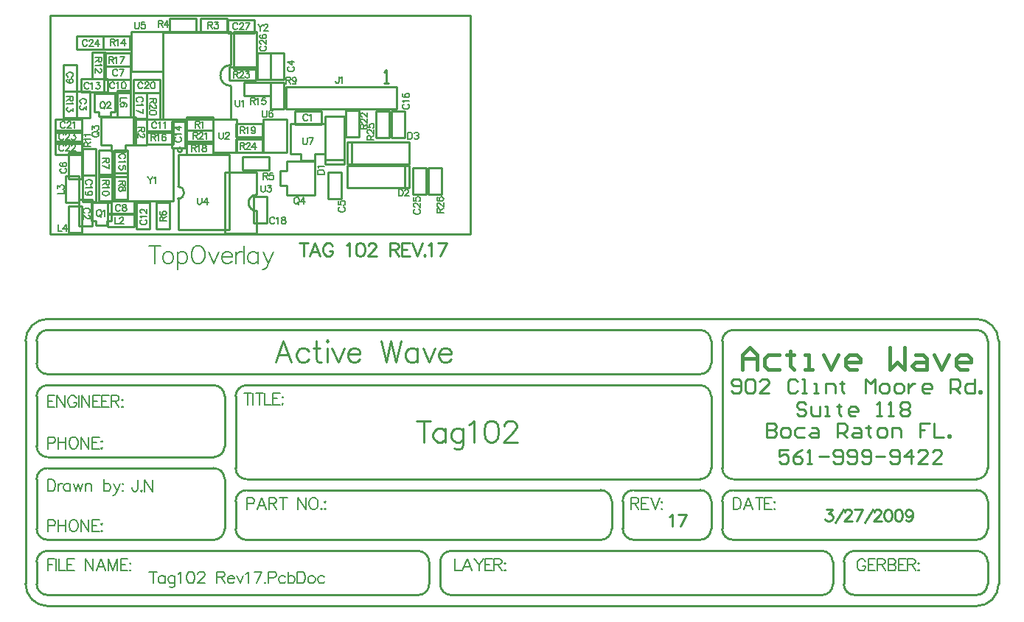
<source format=gto>
%FSLAX23Y23*%
%MOIN*%
G70*
G01*
G75*
G04 Layer_Color=65535*
%ADD10C,0.030*%
%ADD11R,0.030X0.030*%
%ADD12R,0.074X0.045*%
%ADD13C,0.040*%
%ADD14R,0.020X0.050*%
%ADD15O,0.016X0.060*%
%ADD16R,0.024X0.024*%
%ADD17O,0.016X0.060*%
%ADD18R,0.030X0.030*%
%ADD19R,0.024X0.100*%
%ADD20R,0.024X0.090*%
%ADD21R,0.070X0.024*%
%ADD22R,0.090X0.024*%
%ADD23O,0.024X0.080*%
%ADD24R,0.075X0.043*%
%ADD25R,0.014X0.035*%
%ADD26R,0.014X0.035*%
%ADD27R,0.050X0.036*%
%ADD28R,0.036X0.036*%
%ADD29R,0.036X0.036*%
%ADD30R,0.036X0.050*%
%ADD31R,0.063X0.051*%
%ADD32R,0.080X0.060*%
%ADD33C,0.010*%
%ADD34C,0.014*%
%ADD35C,0.006*%
%ADD36C,0.016*%
%ADD37C,0.015*%
%ADD38C,0.025*%
%ADD39C,0.012*%
%ADD40C,0.008*%
%ADD41C,0.020*%
%ADD42C,0.005*%
%ADD43C,0.009*%
%ADD44C,0.062*%
%ADD45R,0.062X0.062*%
%ADD46O,0.040X0.060*%
%ADD47C,0.070*%
%ADD48C,0.122*%
%ADD49C,0.028*%
%ADD50R,0.070X0.070*%
%ADD51R,0.067X0.091*%
%ADD52C,0.020*%
%ADD53R,0.200X0.100*%
%ADD54R,0.160X0.180*%
%ADD55R,0.098X0.138*%
%ADD56C,0.032*%
%ADD57C,0.010*%
D33*
X-1037Y-46D02*
G03*
X-1037Y-141I0J-47D01*
G01*
X-919Y-633D02*
G03*
X-919Y-708I0J-37D01*
G01*
X-1257Y-430D02*
G03*
X-1257Y-430I-10J0D01*
G01*
X-1275Y-651D02*
G03*
X-1275Y-596I0J27D01*
G01*
X-1344Y103D02*
X-1065D01*
X-1037D01*
Y56D02*
Y103D01*
X-1474Y-662D02*
X-1297D01*
Y-420D01*
X-344Y-128D02*
X-324D01*
X-334D01*
Y-68D01*
X-344Y-78D01*
X-1854Y-811D02*
Y178D01*
Y-811D02*
X48D01*
X-1854Y178D02*
X48D01*
Y-811D02*
Y178D01*
X-706Y-852D02*
Y-912D01*
X-726Y-852D02*
X-686D01*
X-633Y-912D02*
X-656Y-852D01*
X-679Y-912D01*
X-670Y-892D02*
X-642D01*
X-576Y-866D02*
X-579Y-861D01*
X-585Y-855D01*
X-591Y-852D01*
X-602D01*
X-608Y-855D01*
X-613Y-861D01*
X-616Y-866D01*
X-619Y-875D01*
Y-889D01*
X-616Y-898D01*
X-613Y-903D01*
X-608Y-909D01*
X-602Y-912D01*
X-591D01*
X-585Y-909D01*
X-579Y-903D01*
X-576Y-898D01*
Y-889D01*
X-591D02*
X-576D01*
X-515Y-863D02*
X-510Y-861D01*
X-501Y-852D01*
Y-912D01*
X-454Y-852D02*
X-463Y-855D01*
X-469Y-863D01*
X-471Y-878D01*
Y-886D01*
X-469Y-901D01*
X-463Y-909D01*
X-454Y-912D01*
X-449D01*
X-440Y-909D01*
X-434Y-901D01*
X-431Y-886D01*
Y-878D01*
X-434Y-863D01*
X-440Y-855D01*
X-449Y-852D01*
X-454D01*
X-415Y-866D02*
Y-863D01*
X-412Y-858D01*
X-409Y-855D01*
X-404Y-852D01*
X-392D01*
X-387Y-855D01*
X-384Y-858D01*
X-381Y-863D01*
Y-869D01*
X-384Y-875D01*
X-390Y-883D01*
X-418Y-912D01*
X-378D01*
X-318Y-852D02*
Y-912D01*
Y-852D02*
X-292D01*
X-283Y-855D01*
X-280Y-858D01*
X-278Y-863D01*
Y-869D01*
X-280Y-875D01*
X-283Y-878D01*
X-292Y-881D01*
X-318D01*
X-298D02*
X-278Y-912D01*
X-227Y-852D02*
X-264D01*
Y-912D01*
X-227D01*
X-264Y-881D02*
X-241D01*
X-217Y-852D02*
X-194Y-912D01*
X-171Y-852D02*
X-194Y-912D01*
X-161Y-906D02*
X-164Y-909D01*
X-161Y-912D01*
X-158Y-909D01*
X-161Y-906D01*
X-145Y-863D02*
X-139Y-861D01*
X-130Y-852D01*
Y-912D01*
X-61Y-852D02*
X-89Y-912D01*
X-101Y-852D02*
X-61D01*
X2385Y-2020D02*
G03*
X2336Y-1971I-49J0D01*
G01*
X1235D02*
G03*
X1185Y-2021I0J-50D01*
G01*
X2335Y-1921D02*
G03*
X2385Y-1871I0J50D01*
G01*
X1185D02*
G03*
X1235Y-1921I50J0D01*
G01*
X-1865Y-1196D02*
G03*
X-1965Y-1296I0J-100D01*
G01*
Y-2395D02*
G03*
X-1866Y-2496I101J0D01*
G01*
X2335Y-2496D02*
G03*
X2435Y-2396I0J100D01*
G01*
Y-1296D02*
G03*
X2335Y-1196I-100J0D01*
G01*
X2385Y-1295D02*
G03*
X2334Y-1246I-49J0D01*
G01*
X2335Y-2196D02*
G03*
X2385Y-2146I0J50D01*
G01*
X2385Y-2295D02*
G03*
X2335Y-2246I-50J-1D01*
G01*
Y-2446D02*
G03*
X2385Y-2396I0J50D01*
G01*
X1085Y-2196D02*
G03*
X1135Y-2146I0J50D01*
G01*
X1185Y-2147D02*
G03*
X1235Y-2196I49J0D01*
G01*
X1135Y-2020D02*
G03*
X1086Y-1971I-49J0D01*
G01*
X-1915Y-2396D02*
G03*
X-1866Y-2446I50J0D01*
G01*
X1086Y-1921D02*
G03*
X1135Y-1871I-1J50D01*
G01*
X-1865Y-2246D02*
G03*
X-1915Y-2296I0J-50D01*
G01*
X1135Y-1546D02*
G03*
X1085Y-1496I-50J0D01*
G01*
Y-1446D02*
G03*
X1135Y-1396I0J50D01*
G01*
X1235Y-1246D02*
G03*
X1185Y-1296I0J-50D01*
G01*
X1135D02*
G03*
X1085Y-1246I-50J0D01*
G01*
X-1865D02*
G03*
X-1915Y-1296I0J-50D01*
G01*
Y-1396D02*
G03*
X-1865Y-1446I50J0D01*
G01*
Y-1496D02*
G03*
X-1915Y-1546I0J-50D01*
G01*
Y-1771D02*
G03*
X-1865Y-1821I50J0D01*
G01*
Y-1871D02*
G03*
X-1915Y-1921I0J-50D01*
G01*
Y-2146D02*
G03*
X-1866Y-2196I50J0D01*
G01*
X-965Y-1496D02*
G03*
X-1015Y-1546I0J-50D01*
G01*
X-965Y-1971D02*
G03*
X-1015Y-2021I0J-50D01*
G01*
X783Y-1971D02*
G03*
X735Y-2022I0J-48D01*
G01*
X735Y-2145D02*
G03*
X785Y-2196I51J0D01*
G01*
X636Y-2196D02*
G03*
X685Y-2146I0J49D01*
G01*
X685Y-2020D02*
G03*
X636Y-1971I-49J0D01*
G01*
X-1114Y-2196D02*
G03*
X-1065Y-2147I0J49D01*
G01*
X-1015D02*
G03*
X-966Y-2196I49J0D01*
G01*
X-1015Y-1872D02*
G03*
X-966Y-1921I49J0D01*
G01*
X-1065Y-1920D02*
G03*
X-1116Y-1871I-49J0D01*
G01*
X-1113Y-1821D02*
G03*
X-1065Y-1773I0J48D01*
G01*
Y-1545D02*
G03*
X-1114Y-1496I-49J0D01*
G01*
X1785Y-2246D02*
G03*
X1735Y-2296I0J-50D01*
G01*
Y-2397D02*
G03*
X1785Y-2446I49J0D01*
G01*
X1636Y-2446D02*
G03*
X1685Y-2397I1J48D01*
G01*
X1685Y-2296D02*
G03*
X1635Y-2246I-50J0D01*
G01*
X-90Y-2396D02*
G03*
X-41Y-2446I50J0D01*
G01*
X-40Y-2246D02*
G03*
X-90Y-2296I0J-50D01*
G01*
X-189Y-2446D02*
G03*
X-140Y-2397I1J48D01*
G01*
X-140Y-2296D02*
G03*
X-190Y-2246I-50J0D01*
G01*
X2385Y-2146D02*
Y-2020D01*
X1185Y-2146D02*
Y-2021D01*
X2385Y-1871D02*
Y-1296D01*
X1185Y-1871D02*
Y-1296D01*
X-1965Y-2396D02*
Y-1296D01*
X-1915Y-2396D02*
Y-2296D01*
X2385Y-2396D02*
Y-2296D01*
X1135Y-2146D02*
Y-2021D01*
X735Y-2146D02*
Y-2021D01*
X-1015Y-2146D02*
Y-2021D01*
X685Y-2146D02*
Y-2021D01*
X-1015Y-1871D02*
Y-1546D01*
X1135Y-1871D02*
Y-1546D01*
Y-1396D02*
Y-1296D01*
X-1915Y-1396D02*
Y-1296D01*
X-1065Y-1771D02*
Y-1546D01*
X-1915Y-1771D02*
Y-1546D01*
X-1065Y-2146D02*
Y-1921D01*
X-1915Y-2146D02*
Y-1921D01*
X2435Y-2396D02*
Y-1296D01*
X1735Y-2396D02*
Y-2296D01*
X1685Y-2396D02*
Y-2296D01*
X-90Y-2396D02*
Y-2296D01*
X-140Y-2396D02*
Y-2296D01*
X1235Y-1971D02*
X2335D01*
X1235Y-1921D02*
X2335D01*
X-965D02*
X1085D01*
X1235Y-1246D02*
X2335D01*
X1235Y-2196D02*
X2335D01*
X785Y-1971D02*
X1085D01*
X785Y-2196D02*
X1085D01*
X-965D02*
X635D01*
X-965Y-1971D02*
X635D01*
X-965Y-1496D02*
X1085D01*
X-1865Y-1446D02*
X1085D01*
X-1865Y-1496D02*
X-1115D01*
X-1865Y-1821D02*
X-1115D01*
X-1865Y-1871D02*
X-1115D01*
X-1865Y-2196D02*
X-1115D01*
X-1865Y-1196D02*
X2335D01*
X-1865Y-2496D02*
X2335D01*
X-1865Y-1246D02*
X1085D01*
X1785Y-2246D02*
X2335D01*
X1785Y-2446D02*
X2335D01*
X-40Y-2246D02*
X1635D01*
X-1865D02*
X-190D01*
X-1865Y-2446D02*
X-190D01*
X-40D02*
X1635D01*
X1564Y-1583D02*
X1554Y-1572D01*
X1532D01*
X1522Y-1583D01*
Y-1593D01*
X1532Y-1604D01*
X1554D01*
X1564Y-1615D01*
Y-1625D01*
X1554Y-1636D01*
X1532D01*
X1522Y-1625D01*
X1586Y-1593D02*
Y-1625D01*
X1596Y-1636D01*
X1628D01*
Y-1593D01*
X1649Y-1636D02*
X1671D01*
X1660D01*
Y-1593D01*
X1649D01*
X1713Y-1583D02*
Y-1593D01*
X1703D01*
X1724D01*
X1713D01*
Y-1625D01*
X1724Y-1636D01*
X1788D02*
X1767D01*
X1756Y-1625D01*
Y-1604D01*
X1767Y-1593D01*
X1788D01*
X1799Y-1604D01*
Y-1615D01*
X1756D01*
X1884Y-1636D02*
X1905D01*
X1895D01*
Y-1572D01*
X1884Y-1583D01*
X1937Y-1636D02*
X1959D01*
X1948D01*
Y-1572D01*
X1937Y-1583D01*
X1991D02*
X2001Y-1572D01*
X2023D01*
X2033Y-1583D01*
Y-1593D01*
X2023Y-1604D01*
X2033Y-1615D01*
Y-1625D01*
X2023Y-1636D01*
X2001D01*
X1991Y-1625D01*
Y-1615D01*
X2001Y-1604D01*
X1991Y-1593D01*
Y-1583D01*
X2001Y-1604D02*
X2023D01*
X1484Y-1787D02*
X1442D01*
Y-1819D01*
X1463Y-1808D01*
X1474D01*
X1484Y-1819D01*
Y-1840D01*
X1474Y-1851D01*
X1452D01*
X1442Y-1840D01*
X1548Y-1787D02*
X1527Y-1798D01*
X1506Y-1819D01*
Y-1840D01*
X1516Y-1851D01*
X1537D01*
X1548Y-1840D01*
Y-1830D01*
X1537Y-1819D01*
X1506D01*
X1569Y-1851D02*
X1591D01*
X1580D01*
Y-1787D01*
X1569Y-1798D01*
X1623Y-1819D02*
X1665D01*
X1687Y-1840D02*
X1697Y-1851D01*
X1719D01*
X1729Y-1840D01*
Y-1798D01*
X1719Y-1787D01*
X1697D01*
X1687Y-1798D01*
Y-1808D01*
X1697Y-1819D01*
X1729D01*
X1751Y-1840D02*
X1761Y-1851D01*
X1783D01*
X1793Y-1840D01*
Y-1798D01*
X1783Y-1787D01*
X1761D01*
X1751Y-1798D01*
Y-1808D01*
X1761Y-1819D01*
X1793D01*
X1815Y-1840D02*
X1825Y-1851D01*
X1847D01*
X1857Y-1840D01*
Y-1798D01*
X1847Y-1787D01*
X1825D01*
X1815Y-1798D01*
Y-1808D01*
X1825Y-1819D01*
X1857D01*
X1879D02*
X1921D01*
X1943Y-1840D02*
X1953Y-1851D01*
X1975D01*
X1985Y-1840D01*
Y-1798D01*
X1975Y-1787D01*
X1953D01*
X1943Y-1798D01*
Y-1808D01*
X1953Y-1819D01*
X1985D01*
X2039Y-1851D02*
Y-1787D01*
X2007Y-1819D01*
X2049D01*
X2113Y-1851D02*
X2071D01*
X2113Y-1808D01*
Y-1798D01*
X2103Y-1787D01*
X2081D01*
X2071Y-1798D01*
X2177Y-1851D02*
X2135D01*
X2177Y-1808D01*
Y-1798D01*
X2167Y-1787D01*
X2145D01*
X2135Y-1798D01*
X1227Y-1520D02*
X1237Y-1531D01*
X1259D01*
X1269Y-1520D01*
Y-1478D01*
X1259Y-1467D01*
X1237D01*
X1227Y-1478D01*
Y-1488D01*
X1237Y-1499D01*
X1269D01*
X1291Y-1478D02*
X1301Y-1467D01*
X1322D01*
X1333Y-1478D01*
Y-1520D01*
X1322Y-1531D01*
X1301D01*
X1291Y-1520D01*
Y-1478D01*
X1397Y-1531D02*
X1354D01*
X1397Y-1488D01*
Y-1478D01*
X1386Y-1467D01*
X1365D01*
X1354Y-1478D01*
X1525D02*
X1514Y-1467D01*
X1493D01*
X1482Y-1478D01*
Y-1520D01*
X1493Y-1531D01*
X1514D01*
X1525Y-1520D01*
X1546Y-1531D02*
X1568D01*
X1557D01*
Y-1467D01*
X1546D01*
X1600Y-1531D02*
X1621D01*
X1610D01*
Y-1488D01*
X1600D01*
X1653Y-1531D02*
Y-1488D01*
X1685D01*
X1696Y-1499D01*
Y-1531D01*
X1728Y-1478D02*
Y-1488D01*
X1717D01*
X1738D01*
X1728D01*
Y-1520D01*
X1738Y-1531D01*
X1834D02*
Y-1467D01*
X1856Y-1488D01*
X1877Y-1467D01*
Y-1531D01*
X1909D02*
X1930D01*
X1941Y-1520D01*
Y-1499D01*
X1930Y-1488D01*
X1909D01*
X1898Y-1499D01*
Y-1520D01*
X1909Y-1531D01*
X1973D02*
X1994D01*
X2005Y-1520D01*
Y-1499D01*
X1994Y-1488D01*
X1973D01*
X1962Y-1499D01*
Y-1520D01*
X1973Y-1531D01*
X2026Y-1488D02*
Y-1531D01*
Y-1510D01*
X2037Y-1499D01*
X2048Y-1488D01*
X2058D01*
X2122Y-1531D02*
X2101D01*
X2090Y-1520D01*
Y-1499D01*
X2101Y-1488D01*
X2122D01*
X2133Y-1499D01*
Y-1510D01*
X2090D01*
X2218Y-1531D02*
Y-1467D01*
X2250D01*
X2261Y-1478D01*
Y-1499D01*
X2250Y-1510D01*
X2218D01*
X2240D02*
X2261Y-1531D01*
X2325Y-1467D02*
Y-1531D01*
X2293D01*
X2282Y-1520D01*
Y-1499D01*
X2293Y-1488D01*
X2325D01*
X2346Y-1531D02*
Y-1520D01*
X2357D01*
Y-1531D01*
X2346D01*
X1387Y-1667D02*
Y-1731D01*
X1419D01*
X1429Y-1720D01*
Y-1710D01*
X1419Y-1699D01*
X1387D01*
X1419D01*
X1429Y-1688D01*
Y-1678D01*
X1419Y-1667D01*
X1387D01*
X1461Y-1731D02*
X1482D01*
X1493Y-1720D01*
Y-1699D01*
X1482Y-1688D01*
X1461D01*
X1451Y-1699D01*
Y-1720D01*
X1461Y-1731D01*
X1557Y-1688D02*
X1525D01*
X1514Y-1699D01*
Y-1720D01*
X1525Y-1731D01*
X1557D01*
X1589Y-1688D02*
X1610D01*
X1621Y-1699D01*
Y-1731D01*
X1589D01*
X1578Y-1720D01*
X1589Y-1710D01*
X1621D01*
X1706Y-1731D02*
Y-1667D01*
X1738D01*
X1749Y-1678D01*
Y-1699D01*
X1738Y-1710D01*
X1706D01*
X1728D02*
X1749Y-1731D01*
X1781Y-1688D02*
X1802D01*
X1813Y-1699D01*
Y-1731D01*
X1781D01*
X1770Y-1720D01*
X1781Y-1710D01*
X1813D01*
X1845Y-1678D02*
Y-1688D01*
X1834D01*
X1856D01*
X1845D01*
Y-1720D01*
X1856Y-1731D01*
X1898D02*
X1920D01*
X1930Y-1720D01*
Y-1699D01*
X1920Y-1688D01*
X1898D01*
X1888Y-1699D01*
Y-1720D01*
X1898Y-1731D01*
X1952D02*
Y-1688D01*
X1984D01*
X1994Y-1699D01*
Y-1731D01*
X2122Y-1667D02*
X2080D01*
Y-1699D01*
X2101D01*
X2080D01*
Y-1731D01*
X2144Y-1667D02*
Y-1731D01*
X2186D01*
X2208D02*
Y-1720D01*
X2218D01*
Y-1731D01*
X2208D01*
D35*
X-253Y-224D02*
X-256Y-225D01*
X-259Y-228D01*
X-260Y-231D01*
Y-236D01*
X-259Y-239D01*
X-256Y-242D01*
X-253Y-244D01*
X-249Y-245D01*
X-241D01*
X-237Y-244D01*
X-234Y-242D01*
X-231Y-239D01*
X-230Y-236D01*
Y-231D01*
X-231Y-228D01*
X-234Y-225D01*
X-237Y-224D01*
X-254Y-215D02*
X-256Y-212D01*
X-260Y-208D01*
X-230D01*
X-256Y-176D02*
X-259Y-177D01*
X-260Y-182D01*
Y-185D01*
X-259Y-189D01*
X-254Y-192D01*
X-247Y-193D01*
X-240D01*
X-234Y-192D01*
X-231Y-189D01*
X-230Y-185D01*
Y-183D01*
X-231Y-179D01*
X-234Y-176D01*
X-239Y-175D01*
X-240D01*
X-244Y-176D01*
X-247Y-179D01*
X-249Y-183D01*
Y-185D01*
X-247Y-189D01*
X-244Y-192D01*
X-240Y-193D01*
X-1816Y-768D02*
Y-798D01*
X-1799D01*
X-1781Y-768D02*
X-1796Y-788D01*
X-1774D01*
X-1781Y-768D02*
Y-798D01*
X-548Y-98D02*
Y-121D01*
X-549Y-125D01*
X-551Y-127D01*
X-553Y-128D01*
X-556D01*
X-559Y-127D01*
X-561Y-125D01*
X-562Y-121D01*
Y-118D01*
X-540Y-104D02*
X-537Y-102D01*
X-533Y-98D01*
Y-128D01*
X-711Y-375D02*
Y-396D01*
X-710Y-401D01*
X-707Y-404D01*
X-702Y-405D01*
X-700D01*
X-695Y-404D01*
X-692Y-401D01*
X-691Y-396D01*
Y-375D01*
X-663D02*
X-677Y-405D01*
X-683Y-375D02*
X-663D01*
X-1471Y148D02*
Y127D01*
X-1470Y122D01*
X-1467Y119D01*
X-1462Y118D01*
X-1460D01*
X-1455Y119D01*
X-1452Y122D01*
X-1451Y127D01*
Y148D01*
X-1426D02*
X-1440D01*
X-1441Y135D01*
X-1440Y137D01*
X-1436Y138D01*
X-1431D01*
X-1427Y137D01*
X-1424Y134D01*
X-1423Y129D01*
Y127D01*
X-1424Y122D01*
X-1427Y119D01*
X-1431Y118D01*
X-1436D01*
X-1440Y119D01*
X-1441Y121D01*
X-1443Y124D01*
X-1016Y-204D02*
Y-225D01*
X-1015Y-230D01*
X-1012Y-233D01*
X-1007Y-234D01*
X-1005D01*
X-1000Y-233D01*
X-997Y-230D01*
X-996Y-225D01*
Y-204D01*
X-988Y-210D02*
X-985Y-208D01*
X-981Y-204D01*
Y-234D01*
X-1619Y-213D02*
X-1622Y-214D01*
X-1625Y-217D01*
X-1627Y-220D01*
X-1628Y-224D01*
Y-232D01*
X-1627Y-236D01*
X-1625Y-239D01*
X-1622Y-242D01*
X-1619Y-243D01*
X-1614D01*
X-1611Y-242D01*
X-1608Y-239D01*
X-1607Y-236D01*
X-1605Y-232D01*
Y-224D01*
X-1607Y-220D01*
X-1608Y-217D01*
X-1611Y-214D01*
X-1614Y-213D01*
X-1619D01*
X-1615Y-237D02*
X-1607Y-246D01*
X-1597Y-220D02*
Y-219D01*
X-1595Y-216D01*
X-1594Y-214D01*
X-1591Y-213D01*
X-1585D01*
X-1582Y-214D01*
X-1581Y-216D01*
X-1580Y-219D01*
Y-222D01*
X-1581Y-224D01*
X-1584Y-229D01*
X-1598Y-243D01*
X-1578D01*
X-1635Y-701D02*
X-1638Y-702D01*
X-1641Y-705D01*
X-1643Y-708D01*
X-1644Y-712D01*
Y-720D01*
X-1643Y-724D01*
X-1641Y-727D01*
X-1638Y-730D01*
X-1635Y-731D01*
X-1630D01*
X-1627Y-730D01*
X-1624Y-727D01*
X-1623Y-724D01*
X-1621Y-720D01*
Y-712D01*
X-1623Y-708D01*
X-1624Y-705D01*
X-1627Y-702D01*
X-1630Y-701D01*
X-1635D01*
X-1631Y-725D02*
X-1623Y-734D01*
X-1614Y-707D02*
X-1611Y-705D01*
X-1607Y-701D01*
Y-731D01*
X-1090Y-350D02*
Y-371D01*
X-1089Y-376D01*
X-1086Y-379D01*
X-1081Y-380D01*
X-1079D01*
X-1074Y-379D01*
X-1071Y-376D01*
X-1070Y-371D01*
Y-350D01*
X-1060Y-357D02*
Y-356D01*
X-1059Y-353D01*
X-1057Y-351D01*
X-1055Y-350D01*
X-1049D01*
X-1046Y-351D01*
X-1045Y-353D01*
X-1043Y-356D01*
Y-359D01*
X-1045Y-361D01*
X-1047Y-366D01*
X-1062Y-380D01*
X-1042D01*
X-893Y-251D02*
Y-272D01*
X-892Y-277D01*
X-889Y-280D01*
X-884Y-281D01*
X-882D01*
X-877Y-280D01*
X-874Y-277D01*
X-873Y-272D01*
Y-251D01*
X-848Y-255D02*
X-849Y-252D01*
X-853Y-251D01*
X-856D01*
X-860Y-252D01*
X-863Y-257D01*
X-865Y-264D01*
Y-271D01*
X-863Y-277D01*
X-860Y-280D01*
X-856Y-281D01*
X-855D01*
X-850Y-280D01*
X-848Y-277D01*
X-846Y-272D01*
Y-271D01*
X-848Y-267D01*
X-850Y-264D01*
X-855Y-262D01*
X-856D01*
X-860Y-264D01*
X-863Y-267D01*
X-865Y-271D01*
X-645Y-540D02*
X-615D01*
X-645D02*
Y-530D01*
X-644Y-526D01*
X-641Y-523D01*
X-638Y-521D01*
X-634Y-520D01*
X-626D01*
X-622Y-521D01*
X-619Y-523D01*
X-616Y-526D01*
X-615Y-530D01*
Y-540D01*
X-639Y-513D02*
X-641Y-510D01*
X-645Y-506D01*
X-615D01*
X-741Y-645D02*
X-744Y-646D01*
X-747Y-649D01*
X-749Y-652D01*
X-750Y-656D01*
Y-664D01*
X-749Y-668D01*
X-747Y-671D01*
X-744Y-674D01*
X-741Y-675D01*
X-736D01*
X-733Y-674D01*
X-730Y-671D01*
X-729Y-668D01*
X-727Y-664D01*
Y-656D01*
X-729Y-652D01*
X-730Y-649D01*
X-733Y-646D01*
X-736Y-645D01*
X-741D01*
X-737Y-669D02*
X-729Y-678D01*
X-706Y-645D02*
X-720Y-665D01*
X-699D01*
X-706Y-645D02*
Y-675D01*
X-900Y-590D02*
Y-611D01*
X-899Y-616D01*
X-896Y-619D01*
X-891Y-620D01*
X-889D01*
X-884Y-619D01*
X-881Y-616D01*
X-880Y-611D01*
Y-590D01*
X-869D02*
X-853D01*
X-862Y-601D01*
X-857D01*
X-855Y-603D01*
X-853Y-604D01*
X-852Y-609D01*
Y-611D01*
X-853Y-616D01*
X-856Y-619D01*
X-860Y-620D01*
X-865D01*
X-869Y-619D01*
X-870Y-617D01*
X-872Y-614D01*
X-1793Y-362D02*
X-1794Y-359D01*
X-1797Y-356D01*
X-1800Y-355D01*
X-1805D01*
X-1808Y-356D01*
X-1811Y-359D01*
X-1813Y-362D01*
X-1814Y-366D01*
Y-374D01*
X-1813Y-378D01*
X-1811Y-381D01*
X-1808Y-384D01*
X-1805Y-385D01*
X-1800D01*
X-1797Y-384D01*
X-1794Y-381D01*
X-1793Y-378D01*
X-1783Y-362D02*
Y-361D01*
X-1781Y-358D01*
X-1780Y-356D01*
X-1777Y-355D01*
X-1771D01*
X-1768Y-356D01*
X-1767Y-358D01*
X-1766Y-361D01*
Y-364D01*
X-1767Y-366D01*
X-1770Y-371D01*
X-1784Y-385D01*
X-1764D01*
X-1755Y-355D02*
X-1739D01*
X-1747Y-366D01*
X-1743D01*
X-1740Y-368D01*
X-1739Y-369D01*
X-1737Y-374D01*
Y-376D01*
X-1739Y-381D01*
X-1742Y-384D01*
X-1746Y-385D01*
X-1750D01*
X-1755Y-384D01*
X-1756Y-382D01*
X-1757Y-379D01*
X-1793Y-412D02*
X-1794Y-409D01*
X-1797Y-406D01*
X-1800Y-405D01*
X-1805D01*
X-1808Y-406D01*
X-1811Y-409D01*
X-1813Y-412D01*
X-1814Y-416D01*
Y-424D01*
X-1813Y-428D01*
X-1811Y-431D01*
X-1808Y-434D01*
X-1805Y-435D01*
X-1800D01*
X-1797Y-434D01*
X-1794Y-431D01*
X-1793Y-428D01*
X-1783Y-412D02*
Y-411D01*
X-1781Y-408D01*
X-1780Y-406D01*
X-1777Y-405D01*
X-1771D01*
X-1768Y-406D01*
X-1767Y-408D01*
X-1766Y-411D01*
Y-414D01*
X-1767Y-416D01*
X-1770Y-421D01*
X-1784Y-435D01*
X-1764D01*
X-1756Y-412D02*
Y-411D01*
X-1755Y-408D01*
X-1753Y-406D01*
X-1750Y-405D01*
X-1745D01*
X-1742Y-406D01*
X-1740Y-408D01*
X-1739Y-411D01*
Y-414D01*
X-1740Y-416D01*
X-1743Y-421D01*
X-1757Y-435D01*
X-1737D01*
X-995Y-397D02*
Y-427D01*
Y-397D02*
X-982D01*
X-978Y-398D01*
X-976Y-400D01*
X-975Y-403D01*
Y-406D01*
X-976Y-408D01*
X-978Y-410D01*
X-982Y-411D01*
X-995D01*
X-985D02*
X-975Y-427D01*
X-967Y-404D02*
Y-403D01*
X-965Y-400D01*
X-964Y-398D01*
X-961Y-397D01*
X-955D01*
X-953Y-398D01*
X-951Y-400D01*
X-950Y-403D01*
Y-406D01*
X-951Y-408D01*
X-954Y-413D01*
X-968Y-427D01*
X-948D01*
X-927Y-397D02*
X-942Y-417D01*
X-920D01*
X-927Y-397D02*
Y-427D01*
X-993Y-326D02*
Y-356D01*
Y-326D02*
X-980D01*
X-976Y-327D01*
X-974Y-329D01*
X-973Y-332D01*
Y-335D01*
X-974Y-337D01*
X-976Y-339D01*
X-980Y-340D01*
X-993D01*
X-983D02*
X-973Y-356D01*
X-966Y-332D02*
X-963Y-330D01*
X-959Y-326D01*
Y-356D01*
X-926Y-336D02*
X-927Y-340D01*
X-930Y-343D01*
X-934Y-345D01*
X-936D01*
X-940Y-343D01*
X-943Y-340D01*
X-944Y-336D01*
Y-335D01*
X-943Y-330D01*
X-940Y-327D01*
X-936Y-326D01*
X-934D01*
X-930Y-327D01*
X-927Y-330D01*
X-926Y-336D01*
Y-343D01*
X-927Y-350D01*
X-930Y-355D01*
X-934Y-356D01*
X-937D01*
X-941Y-355D01*
X-943Y-352D01*
X-1412Y-553D02*
X-1401Y-567D01*
Y-583D01*
X-1389Y-553D02*
X-1401Y-567D01*
X-1385Y-559D02*
X-1382Y-557D01*
X-1378Y-553D01*
Y-583D01*
X-1397Y-359D02*
Y-389D01*
Y-359D02*
X-1384D01*
X-1380Y-360D01*
X-1378Y-362D01*
X-1377Y-365D01*
Y-368D01*
X-1378Y-370D01*
X-1380Y-372D01*
X-1384Y-373D01*
X-1397D01*
X-1387D02*
X-1377Y-389D01*
X-1370Y-365D02*
X-1367Y-363D01*
X-1363Y-359D01*
Y-389D01*
X-1331Y-363D02*
X-1333Y-360D01*
X-1337Y-359D01*
X-1340D01*
X-1344Y-360D01*
X-1347Y-365D01*
X-1348Y-372D01*
Y-379D01*
X-1347Y-385D01*
X-1344Y-388D01*
X-1340Y-389D01*
X-1338D01*
X-1334Y-388D01*
X-1331Y-385D01*
X-1330Y-380D01*
Y-379D01*
X-1331Y-375D01*
X-1334Y-372D01*
X-1338Y-370D01*
X-1340D01*
X-1344Y-372D01*
X-1347Y-375D01*
X-1348Y-379D01*
X-1699Y-416D02*
X-1669D01*
X-1699D02*
Y-403D01*
X-1698Y-399D01*
X-1696Y-397D01*
X-1693Y-396D01*
X-1690D01*
X-1688Y-397D01*
X-1686Y-399D01*
X-1685Y-403D01*
Y-416D01*
Y-406D02*
X-1669Y-396D01*
X-1693Y-389D02*
X-1695Y-386D01*
X-1699Y-382D01*
X-1669D01*
X-1693Y-367D02*
X-1695Y-364D01*
X-1699Y-360D01*
X-1669D01*
X-1587Y-468D02*
X-1617D01*
X-1587D02*
Y-481D01*
X-1588Y-485D01*
X-1590Y-487D01*
X-1593Y-488D01*
X-1596D01*
X-1598Y-487D01*
X-1600Y-485D01*
X-1601Y-481D01*
Y-468D01*
Y-478D02*
X-1617Y-488D01*
X-1587Y-515D02*
X-1617Y-500D01*
X-1587Y-495D02*
Y-515D01*
X-1581Y71D02*
Y41D01*
Y71D02*
X-1568D01*
X-1564Y70D01*
X-1562Y68D01*
X-1561Y65D01*
Y62D01*
X-1562Y60D01*
X-1564Y58D01*
X-1568Y57D01*
X-1581D01*
X-1571D02*
X-1561Y41D01*
X-1554Y65D02*
X-1551Y67D01*
X-1547Y71D01*
Y41D01*
X-1518Y71D02*
X-1532Y51D01*
X-1511D01*
X-1518Y71D02*
Y41D01*
X-1670Y-587D02*
X-1667Y-586D01*
X-1664Y-583D01*
X-1663Y-580D01*
Y-575D01*
X-1664Y-572D01*
X-1667Y-569D01*
X-1670Y-567D01*
X-1674Y-566D01*
X-1682D01*
X-1686Y-567D01*
X-1689Y-569D01*
X-1692Y-572D01*
X-1693Y-575D01*
Y-580D01*
X-1692Y-583D01*
X-1689Y-586D01*
X-1686Y-587D01*
X-1669Y-596D02*
X-1667Y-599D01*
X-1663Y-603D01*
X-1693D01*
X-1673Y-636D02*
X-1677Y-635D01*
X-1680Y-632D01*
X-1682Y-628D01*
Y-626D01*
X-1680Y-622D01*
X-1677Y-619D01*
X-1673Y-618D01*
X-1672D01*
X-1667Y-619D01*
X-1664Y-622D01*
X-1663Y-626D01*
Y-628D01*
X-1664Y-632D01*
X-1667Y-635D01*
X-1673Y-636D01*
X-1680D01*
X-1687Y-635D01*
X-1692Y-632D01*
X-1693Y-628D01*
Y-625D01*
X-1692Y-621D01*
X-1689Y-619D01*
X-1512Y-571D02*
X-1542D01*
X-1512D02*
Y-584D01*
X-1513Y-588D01*
X-1515Y-590D01*
X-1518Y-591D01*
X-1521D01*
X-1523Y-590D01*
X-1525Y-588D01*
X-1526Y-584D01*
Y-571D01*
Y-581D02*
X-1542Y-591D01*
X-1512Y-605D02*
X-1513Y-601D01*
X-1516Y-599D01*
X-1519D01*
X-1522Y-601D01*
X-1523Y-603D01*
X-1525Y-609D01*
X-1526Y-613D01*
X-1529Y-616D01*
X-1532Y-618D01*
X-1536D01*
X-1539Y-616D01*
X-1541Y-615D01*
X-1542Y-611D01*
Y-605D01*
X-1541Y-601D01*
X-1539Y-599D01*
X-1536Y-598D01*
X-1532D01*
X-1529Y-599D01*
X-1526Y-602D01*
X-1525Y-606D01*
X-1523Y-612D01*
X-1522Y-615D01*
X-1519Y-616D01*
X-1516D01*
X-1513Y-615D01*
X-1512Y-611D01*
Y-605D01*
X-890Y-535D02*
Y-565D01*
Y-535D02*
X-877D01*
X-873Y-536D01*
X-871Y-538D01*
X-870Y-541D01*
Y-544D01*
X-871Y-546D01*
X-873Y-548D01*
X-877Y-549D01*
X-890D01*
X-880D02*
X-870Y-565D01*
X-846Y-535D02*
X-860D01*
X-862Y-548D01*
X-860Y-546D01*
X-856Y-545D01*
X-852D01*
X-848Y-546D01*
X-845Y-549D01*
X-843Y-554D01*
Y-556D01*
X-845Y-561D01*
X-848Y-564D01*
X-852Y-565D01*
X-856D01*
X-860Y-564D01*
X-862Y-562D01*
X-863Y-559D01*
X-1365Y155D02*
Y125D01*
Y155D02*
X-1352D01*
X-1348Y154D01*
X-1346Y152D01*
X-1345Y149D01*
Y146D01*
X-1346Y144D01*
X-1348Y142D01*
X-1352Y141D01*
X-1365D01*
X-1355D02*
X-1345Y125D01*
X-1324Y155D02*
X-1338Y135D01*
X-1317D01*
X-1324Y155D02*
Y125D01*
X-1139Y149D02*
Y119D01*
Y149D02*
X-1126D01*
X-1122Y148D01*
X-1120Y146D01*
X-1119Y143D01*
Y140D01*
X-1120Y138D01*
X-1122Y136D01*
X-1126Y135D01*
X-1139D01*
X-1129D02*
X-1119Y119D01*
X-1109Y149D02*
X-1094D01*
X-1102Y138D01*
X-1098D01*
X-1095Y136D01*
X-1094Y135D01*
X-1092Y130D01*
Y128D01*
X-1094Y123D01*
X-1097Y120D01*
X-1101Y119D01*
X-1105D01*
X-1109Y120D01*
X-1111Y122D01*
X-1112Y125D01*
X-947Y-194D02*
Y-224D01*
Y-194D02*
X-934D01*
X-930Y-195D01*
X-928Y-197D01*
X-927Y-200D01*
Y-203D01*
X-928Y-205D01*
X-930Y-207D01*
X-934Y-208D01*
X-947D01*
X-937D02*
X-927Y-224D01*
X-920Y-200D02*
X-917Y-198D01*
X-913Y-194D01*
Y-224D01*
X-881Y-194D02*
X-895D01*
X-897Y-207D01*
X-895Y-205D01*
X-891Y-204D01*
X-887D01*
X-883Y-205D01*
X-880Y-208D01*
X-878Y-213D01*
Y-215D01*
X-880Y-220D01*
X-883Y-223D01*
X-887Y-224D01*
X-891D01*
X-895Y-223D01*
X-897Y-221D01*
X-898Y-218D01*
X-1587Y-568D02*
X-1617D01*
X-1587D02*
Y-581D01*
X-1588Y-585D01*
X-1590Y-587D01*
X-1593Y-588D01*
X-1596D01*
X-1598Y-587D01*
X-1600Y-585D01*
X-1601Y-581D01*
Y-568D01*
Y-578D02*
X-1617Y-588D01*
X-1593Y-595D02*
X-1591Y-598D01*
X-1587Y-602D01*
X-1617D01*
X-1587Y-625D02*
X-1588Y-621D01*
X-1593Y-618D01*
X-1600Y-617D01*
X-1604D01*
X-1611Y-618D01*
X-1616Y-621D01*
X-1617Y-625D01*
Y-628D01*
X-1616Y-632D01*
X-1611Y-635D01*
X-1604Y-637D01*
X-1600D01*
X-1593Y-635D01*
X-1588Y-632D01*
X-1587Y-628D01*
Y-625D01*
X-786Y-102D02*
Y-132D01*
Y-102D02*
X-773D01*
X-769Y-103D01*
X-767Y-105D01*
X-766Y-108D01*
Y-111D01*
X-767Y-113D01*
X-769Y-115D01*
X-773Y-116D01*
X-786D01*
X-776D02*
X-766Y-132D01*
X-741Y-112D02*
X-742Y-116D01*
X-745Y-119D01*
X-749Y-121D01*
X-751D01*
X-755Y-119D01*
X-758Y-116D01*
X-759Y-112D01*
Y-111D01*
X-758Y-106D01*
X-755Y-103D01*
X-751Y-102D01*
X-749D01*
X-745Y-103D01*
X-742Y-106D01*
X-741Y-112D01*
Y-119D01*
X-742Y-126D01*
X-745Y-131D01*
X-749Y-132D01*
X-752D01*
X-756Y-131D01*
X-758Y-128D01*
X-1196Y-300D02*
Y-330D01*
Y-300D02*
X-1183D01*
X-1179Y-301D01*
X-1177Y-303D01*
X-1176Y-306D01*
Y-309D01*
X-1177Y-311D01*
X-1179Y-313D01*
X-1183Y-314D01*
X-1196D01*
X-1186D02*
X-1176Y-330D01*
X-1169Y-306D02*
X-1166Y-304D01*
X-1162Y-300D01*
Y-330D01*
X-1373Y-198D02*
X-1403D01*
X-1373D02*
Y-211D01*
X-1374Y-215D01*
X-1376Y-217D01*
X-1379Y-218D01*
X-1382D01*
X-1384Y-217D01*
X-1386Y-215D01*
X-1387Y-211D01*
Y-198D01*
Y-208D02*
X-1403Y-218D01*
X-1380Y-226D02*
X-1379D01*
X-1376Y-228D01*
X-1374Y-229D01*
X-1373Y-232D01*
Y-238D01*
X-1374Y-240D01*
X-1376Y-242D01*
X-1379Y-243D01*
X-1382D01*
X-1384Y-242D01*
X-1389Y-239D01*
X-1403Y-225D01*
Y-245D01*
X-1373Y-260D02*
X-1374Y-256D01*
X-1379Y-253D01*
X-1386Y-251D01*
X-1390D01*
X-1397Y-253D01*
X-1402Y-256D01*
X-1403Y-260D01*
Y-263D01*
X-1402Y-267D01*
X-1397Y-270D01*
X-1390Y-271D01*
X-1386D01*
X-1379Y-270D01*
X-1374Y-267D01*
X-1373Y-263D01*
Y-260D01*
X-1678Y-131D02*
X-1679Y-128D01*
X-1682Y-125D01*
X-1685Y-124D01*
X-1690D01*
X-1693Y-125D01*
X-1696Y-128D01*
X-1698Y-131D01*
X-1699Y-135D01*
Y-143D01*
X-1698Y-147D01*
X-1696Y-150D01*
X-1693Y-153D01*
X-1690Y-154D01*
X-1685D01*
X-1682Y-153D01*
X-1679Y-150D01*
X-1678Y-147D01*
X-1669Y-130D02*
X-1666Y-128D01*
X-1662Y-124D01*
Y-154D01*
X-1644Y-124D02*
X-1629D01*
X-1637Y-135D01*
X-1633D01*
X-1630Y-137D01*
X-1629Y-138D01*
X-1627Y-143D01*
Y-145D01*
X-1629Y-150D01*
X-1631Y-153D01*
X-1636Y-154D01*
X-1640D01*
X-1644Y-153D01*
X-1646Y-151D01*
X-1647Y-148D01*
X-1440Y-748D02*
X-1443Y-749D01*
X-1446Y-752D01*
X-1447Y-755D01*
Y-760D01*
X-1446Y-763D01*
X-1443Y-766D01*
X-1440Y-768D01*
X-1436Y-769D01*
X-1428D01*
X-1424Y-768D01*
X-1421Y-766D01*
X-1418Y-763D01*
X-1417Y-760D01*
Y-755D01*
X-1418Y-752D01*
X-1421Y-749D01*
X-1424Y-748D01*
X-1441Y-739D02*
X-1443Y-736D01*
X-1447Y-732D01*
X-1417D01*
X-1440Y-716D02*
X-1441D01*
X-1444Y-714D01*
X-1446Y-713D01*
X-1447Y-710D01*
Y-704D01*
X-1446Y-701D01*
X-1444Y-700D01*
X-1441Y-699D01*
X-1438D01*
X-1436Y-700D01*
X-1431Y-703D01*
X-1417Y-717D01*
Y-697D01*
X-914Y140D02*
X-903Y126D01*
Y110D01*
X-891Y140D02*
X-903Y126D01*
X-886Y133D02*
Y134D01*
X-884Y137D01*
X-883Y139D01*
X-880Y140D01*
X-874D01*
X-872Y139D01*
X-870Y137D01*
X-869Y134D01*
Y131D01*
X-870Y129D01*
X-873Y124D01*
X-887Y110D01*
X-867D01*
X-1025Y-74D02*
Y-104D01*
Y-74D02*
X-1012D01*
X-1008Y-75D01*
X-1006Y-77D01*
X-1005Y-80D01*
Y-83D01*
X-1006Y-85D01*
X-1008Y-87D01*
X-1012Y-88D01*
X-1025D01*
X-1015D02*
X-1005Y-104D01*
X-997Y-81D02*
Y-80D01*
X-995Y-77D01*
X-994Y-75D01*
X-991Y-74D01*
X-985D01*
X-983Y-75D01*
X-981Y-77D01*
X-980Y-80D01*
Y-83D01*
X-981Y-85D01*
X-984Y-90D01*
X-998Y-104D01*
X-978D01*
X-969Y-74D02*
X-953D01*
X-962Y-85D01*
X-957D01*
X-954Y-87D01*
X-953Y-88D01*
X-952Y-93D01*
Y-95D01*
X-953Y-100D01*
X-956Y-103D01*
X-960Y-104D01*
X-964D01*
X-969Y-103D01*
X-970Y-101D01*
X-972Y-98D01*
X-1561Y-736D02*
Y-766D01*
X-1544D01*
X-1539Y-743D02*
Y-742D01*
X-1538Y-739D01*
X-1536Y-737D01*
X-1533Y-736D01*
X-1528D01*
X-1525Y-737D01*
X-1523Y-739D01*
X-1522Y-742D01*
Y-745D01*
X-1523Y-747D01*
X-1526Y-752D01*
X-1541Y-766D01*
X-1521D01*
X-1663Y-361D02*
X-1662Y-364D01*
X-1659Y-367D01*
X-1656Y-369D01*
X-1652Y-370D01*
X-1644D01*
X-1640Y-369D01*
X-1637Y-367D01*
X-1634Y-364D01*
X-1633Y-361D01*
Y-356D01*
X-1634Y-353D01*
X-1637Y-350D01*
X-1640Y-349D01*
X-1644Y-347D01*
X-1652D01*
X-1656Y-349D01*
X-1659Y-350D01*
X-1662Y-353D01*
X-1663Y-356D01*
Y-361D01*
X-1639Y-357D02*
X-1630Y-349D01*
X-1663Y-337D02*
Y-322D01*
X-1652Y-330D01*
Y-326D01*
X-1650Y-323D01*
X-1649Y-322D01*
X-1644Y-320D01*
X-1642D01*
X-1637Y-322D01*
X-1634Y-324D01*
X-1633Y-329D01*
Y-333D01*
X-1634Y-337D01*
X-1636Y-339D01*
X-1639Y-340D01*
X-1188Y-647D02*
Y-668D01*
X-1187Y-673D01*
X-1184Y-676D01*
X-1179Y-677D01*
X-1177D01*
X-1172Y-676D01*
X-1169Y-673D01*
X-1168Y-668D01*
Y-647D01*
X-1145D02*
X-1160Y-667D01*
X-1138D01*
X-1145Y-647D02*
Y-677D01*
X-1283Y-373D02*
X-1286Y-374D01*
X-1289Y-377D01*
X-1290Y-380D01*
Y-385D01*
X-1289Y-388D01*
X-1286Y-391D01*
X-1283Y-393D01*
X-1279Y-394D01*
X-1271D01*
X-1267Y-393D01*
X-1264Y-391D01*
X-1261Y-388D01*
X-1260Y-385D01*
Y-380D01*
X-1261Y-377D01*
X-1264Y-374D01*
X-1267Y-373D01*
X-1284Y-364D02*
X-1286Y-361D01*
X-1290Y-357D01*
X-1260D01*
X-1290Y-328D02*
X-1270Y-342D01*
Y-321D01*
X-1290Y-328D02*
X-1260D01*
X-1207Y-351D02*
Y-381D01*
Y-351D02*
X-1194D01*
X-1190Y-352D01*
X-1188Y-354D01*
X-1187Y-357D01*
Y-360D01*
X-1188Y-362D01*
X-1190Y-364D01*
X-1194Y-365D01*
X-1207D01*
X-1197D02*
X-1187Y-381D01*
X-1179Y-358D02*
Y-357D01*
X-1177Y-354D01*
X-1176Y-352D01*
X-1173Y-351D01*
X-1167D01*
X-1165Y-352D01*
X-1163Y-354D01*
X-1162Y-357D01*
Y-360D01*
X-1163Y-362D01*
X-1166Y-367D01*
X-1180Y-381D01*
X-1160D01*
X-1154Y-357D02*
X-1151Y-355D01*
X-1146Y-351D01*
Y-381D01*
X-1358Y-753D02*
X-1328D01*
X-1358D02*
Y-740D01*
X-1357Y-736D01*
X-1355Y-734D01*
X-1352Y-733D01*
X-1349D01*
X-1347Y-734D01*
X-1345Y-736D01*
X-1344Y-740D01*
Y-753D01*
Y-743D02*
X-1328Y-733D01*
X-1354Y-709D02*
X-1357Y-711D01*
X-1358Y-715D01*
Y-718D01*
X-1357Y-722D01*
X-1352Y-725D01*
X-1345Y-726D01*
X-1338D01*
X-1332Y-725D01*
X-1329Y-722D01*
X-1328Y-718D01*
Y-716D01*
X-1329Y-712D01*
X-1332Y-709D01*
X-1337Y-708D01*
X-1338D01*
X-1342Y-709D01*
X-1345Y-712D01*
X-1347Y-716D01*
Y-718D01*
X-1345Y-722D01*
X-1342Y-725D01*
X-1338Y-726D01*
X-450Y-335D02*
X-420D01*
X-450D02*
Y-322D01*
X-449Y-318D01*
X-447Y-316D01*
X-444Y-315D01*
X-441D01*
X-439Y-316D01*
X-437Y-318D01*
X-436Y-322D01*
Y-335D01*
Y-325D02*
X-420Y-315D01*
X-443Y-307D02*
X-444D01*
X-447Y-305D01*
X-449Y-304D01*
X-450Y-301D01*
Y-295D01*
X-449Y-293D01*
X-447Y-291D01*
X-444Y-290D01*
X-441D01*
X-439Y-291D01*
X-434Y-294D01*
X-420Y-308D01*
Y-288D01*
X-443Y-280D02*
X-444D01*
X-447Y-279D01*
X-449Y-277D01*
X-450Y-274D01*
Y-269D01*
X-449Y-266D01*
X-447Y-264D01*
X-444Y-263D01*
X-441D01*
X-439Y-264D01*
X-434Y-267D01*
X-420Y-282D01*
Y-262D01*
X-1786Y-308D02*
X-1787Y-305D01*
X-1790Y-302D01*
X-1793Y-301D01*
X-1798D01*
X-1801Y-302D01*
X-1804Y-305D01*
X-1806Y-308D01*
X-1807Y-312D01*
Y-320D01*
X-1806Y-324D01*
X-1804Y-327D01*
X-1801Y-330D01*
X-1798Y-331D01*
X-1793D01*
X-1790Y-330D01*
X-1787Y-327D01*
X-1786Y-324D01*
X-1776Y-308D02*
Y-307D01*
X-1774Y-304D01*
X-1773Y-302D01*
X-1770Y-301D01*
X-1764D01*
X-1761Y-302D01*
X-1760Y-304D01*
X-1759Y-307D01*
Y-310D01*
X-1760Y-312D01*
X-1763Y-317D01*
X-1777Y-331D01*
X-1757D01*
X-1750Y-307D02*
X-1748Y-305D01*
X-1743Y-301D01*
Y-331D01*
X-1696Y-220D02*
X-1693Y-219D01*
X-1690Y-216D01*
X-1689Y-213D01*
Y-208D01*
X-1690Y-205D01*
X-1693Y-202D01*
X-1696Y-200D01*
X-1700Y-199D01*
X-1708D01*
X-1712Y-200D01*
X-1715Y-202D01*
X-1718Y-205D01*
X-1719Y-208D01*
Y-213D01*
X-1718Y-216D01*
X-1715Y-219D01*
X-1712Y-220D01*
X-1689Y-232D02*
Y-247D01*
X-1700Y-239D01*
Y-243D01*
X-1702Y-246D01*
X-1703Y-247D01*
X-1708Y-249D01*
X-1710D01*
X-1715Y-247D01*
X-1718Y-245D01*
X-1719Y-240D01*
Y-236D01*
X-1718Y-232D01*
X-1716Y-230D01*
X-1713Y-229D01*
X-1681Y-716D02*
X-1678Y-715D01*
X-1675Y-712D01*
X-1674Y-709D01*
Y-704D01*
X-1675Y-701D01*
X-1678Y-698D01*
X-1681Y-696D01*
X-1685Y-695D01*
X-1693D01*
X-1697Y-696D01*
X-1700Y-698D01*
X-1703Y-701D01*
X-1704Y-704D01*
Y-709D01*
X-1703Y-712D01*
X-1700Y-715D01*
X-1697Y-716D01*
X-1681Y-726D02*
X-1680D01*
X-1677Y-728D01*
X-1675Y-729D01*
X-1674Y-732D01*
Y-738D01*
X-1675Y-741D01*
X-1677Y-742D01*
X-1680Y-743D01*
X-1683D01*
X-1685Y-742D01*
X-1690Y-739D01*
X-1704Y-725D01*
Y-745D01*
X-1215Y-409D02*
Y-439D01*
Y-409D02*
X-1202D01*
X-1198Y-410D01*
X-1196Y-412D01*
X-1195Y-415D01*
Y-418D01*
X-1196Y-420D01*
X-1198Y-422D01*
X-1202Y-423D01*
X-1215D01*
X-1205D02*
X-1195Y-439D01*
X-1188Y-415D02*
X-1185Y-413D01*
X-1181Y-409D01*
Y-439D01*
X-1159Y-409D02*
X-1163Y-410D01*
X-1165Y-413D01*
Y-416D01*
X-1163Y-419D01*
X-1161Y-420D01*
X-1155Y-422D01*
X-1151Y-423D01*
X-1148Y-426D01*
X-1146Y-429D01*
Y-433D01*
X-1148Y-436D01*
X-1149Y-438D01*
X-1153Y-439D01*
X-1159D01*
X-1163Y-438D01*
X-1165Y-436D01*
X-1166Y-433D01*
Y-429D01*
X-1165Y-426D01*
X-1162Y-423D01*
X-1158Y-422D01*
X-1152Y-420D01*
X-1149Y-419D01*
X-1148Y-416D01*
Y-413D01*
X-1149Y-410D01*
X-1153Y-409D01*
X-1159D01*
X-1007Y139D02*
X-1008Y142D01*
X-1011Y145D01*
X-1014Y146D01*
X-1019D01*
X-1022Y145D01*
X-1025Y142D01*
X-1027Y139D01*
X-1028Y135D01*
Y127D01*
X-1027Y123D01*
X-1025Y120D01*
X-1022Y117D01*
X-1019Y116D01*
X-1014D01*
X-1011Y117D01*
X-1008Y120D01*
X-1007Y123D01*
X-997Y139D02*
Y140D01*
X-995Y143D01*
X-994Y145D01*
X-991Y146D01*
X-985D01*
X-982Y145D01*
X-981Y143D01*
X-980Y140D01*
Y137D01*
X-981Y135D01*
X-984Y130D01*
X-998Y116D01*
X-978D01*
X-951Y146D02*
X-966Y116D01*
X-971Y146D02*
X-951D01*
X-899Y39D02*
X-902Y38D01*
X-905Y35D01*
X-906Y32D01*
Y27D01*
X-905Y24D01*
X-902Y21D01*
X-899Y19D01*
X-895Y18D01*
X-887D01*
X-883Y19D01*
X-880Y21D01*
X-877Y24D01*
X-876Y27D01*
Y32D01*
X-877Y35D01*
X-880Y38D01*
X-883Y39D01*
X-899Y49D02*
X-900D01*
X-903Y51D01*
X-905Y52D01*
X-906Y55D01*
Y61D01*
X-905Y64D01*
X-903Y65D01*
X-900Y66D01*
X-897D01*
X-895Y65D01*
X-890Y62D01*
X-876Y48D01*
Y68D01*
X-902Y92D02*
X-905Y90D01*
X-906Y86D01*
Y83D01*
X-905Y79D01*
X-900Y76D01*
X-893Y75D01*
X-886D01*
X-880Y76D01*
X-877Y79D01*
X-876Y83D01*
Y85D01*
X-877Y89D01*
X-880Y92D01*
X-885Y93D01*
X-886D01*
X-890Y92D01*
X-893Y89D01*
X-895Y85D01*
Y83D01*
X-893Y79D01*
X-890Y76D01*
X-886Y75D01*
X-773Y-54D02*
X-776Y-55D01*
X-779Y-58D01*
X-780Y-61D01*
Y-66D01*
X-779Y-69D01*
X-776Y-72D01*
X-773Y-74D01*
X-769Y-75D01*
X-761D01*
X-757Y-74D01*
X-754Y-72D01*
X-751Y-69D01*
X-750Y-66D01*
Y-61D01*
X-751Y-58D01*
X-754Y-55D01*
X-757Y-54D01*
X-780Y-31D02*
X-760Y-45D01*
Y-24D01*
X-780Y-31D02*
X-750D01*
X-1562Y-130D02*
X-1563Y-127D01*
X-1566Y-124D01*
X-1569Y-123D01*
X-1574D01*
X-1577Y-124D01*
X-1580Y-127D01*
X-1582Y-130D01*
X-1583Y-134D01*
Y-142D01*
X-1582Y-146D01*
X-1580Y-149D01*
X-1577Y-152D01*
X-1574Y-153D01*
X-1569D01*
X-1566Y-152D01*
X-1563Y-149D01*
X-1562Y-146D01*
X-1553Y-129D02*
X-1550Y-127D01*
X-1546Y-123D01*
Y-153D01*
X-1523Y-123D02*
X-1527Y-124D01*
X-1530Y-129D01*
X-1531Y-136D01*
Y-140D01*
X-1530Y-147D01*
X-1527Y-152D01*
X-1523Y-153D01*
X-1520D01*
X-1515Y-152D01*
X-1513Y-147D01*
X-1511Y-140D01*
Y-136D01*
X-1513Y-129D01*
X-1515Y-124D01*
X-1520Y-123D01*
X-1523D01*
X-1756Y-100D02*
X-1753Y-99D01*
X-1750Y-96D01*
X-1749Y-93D01*
Y-88D01*
X-1750Y-85D01*
X-1753Y-82D01*
X-1756Y-80D01*
X-1760Y-79D01*
X-1768D01*
X-1772Y-80D01*
X-1775Y-82D01*
X-1778Y-85D01*
X-1779Y-88D01*
Y-93D01*
X-1778Y-96D01*
X-1775Y-99D01*
X-1772Y-100D01*
X-1759Y-127D02*
X-1763Y-126D01*
X-1766Y-123D01*
X-1768Y-119D01*
Y-117D01*
X-1766Y-113D01*
X-1763Y-110D01*
X-1759Y-109D01*
X-1758D01*
X-1753Y-110D01*
X-1750Y-113D01*
X-1749Y-117D01*
Y-119D01*
X-1750Y-123D01*
X-1753Y-126D01*
X-1759Y-127D01*
X-1766D01*
X-1773Y-126D01*
X-1778Y-123D01*
X-1779Y-119D01*
Y-116D01*
X-1778Y-112D01*
X-1775Y-110D01*
X-1537Y-684D02*
X-1538Y-681D01*
X-1541Y-678D01*
X-1544Y-677D01*
X-1549D01*
X-1552Y-678D01*
X-1555Y-681D01*
X-1557Y-684D01*
X-1558Y-688D01*
Y-696D01*
X-1557Y-700D01*
X-1555Y-703D01*
X-1552Y-706D01*
X-1549Y-707D01*
X-1544D01*
X-1541Y-706D01*
X-1538Y-703D01*
X-1537Y-700D01*
X-1521Y-677D02*
X-1525Y-678D01*
X-1527Y-681D01*
Y-684D01*
X-1525Y-687D01*
X-1522Y-688D01*
X-1517Y-690D01*
X-1512Y-691D01*
X-1510Y-694D01*
X-1508Y-697D01*
Y-701D01*
X-1510Y-704D01*
X-1511Y-706D01*
X-1515Y-707D01*
X-1521D01*
X-1525Y-706D01*
X-1527Y-704D01*
X-1528Y-701D01*
Y-697D01*
X-1527Y-694D01*
X-1524Y-691D01*
X-1520Y-690D01*
X-1514Y-688D01*
X-1511Y-687D01*
X-1510Y-684D01*
Y-681D01*
X-1511Y-678D01*
X-1515Y-677D01*
X-1521D01*
X-1550Y-72D02*
X-1551Y-69D01*
X-1554Y-66D01*
X-1557Y-65D01*
X-1562D01*
X-1565Y-66D01*
X-1568Y-69D01*
X-1570Y-72D01*
X-1571Y-76D01*
Y-84D01*
X-1570Y-88D01*
X-1568Y-91D01*
X-1565Y-94D01*
X-1562Y-95D01*
X-1557D01*
X-1554Y-94D01*
X-1551Y-91D01*
X-1550Y-88D01*
X-1521Y-65D02*
X-1535Y-95D01*
X-1541Y-65D02*
X-1521D01*
X-1802Y-514D02*
X-1805Y-515D01*
X-1808Y-518D01*
X-1809Y-521D01*
Y-526D01*
X-1808Y-529D01*
X-1805Y-532D01*
X-1802Y-534D01*
X-1798Y-535D01*
X-1790D01*
X-1786Y-534D01*
X-1783Y-532D01*
X-1780Y-529D01*
X-1779Y-526D01*
Y-521D01*
X-1780Y-518D01*
X-1783Y-515D01*
X-1786Y-514D01*
X-1805Y-488D02*
X-1808Y-489D01*
X-1809Y-494D01*
Y-497D01*
X-1808Y-501D01*
X-1803Y-504D01*
X-1796Y-505D01*
X-1789D01*
X-1783Y-504D01*
X-1780Y-501D01*
X-1779Y-497D01*
Y-495D01*
X-1780Y-491D01*
X-1783Y-488D01*
X-1788Y-487D01*
X-1789D01*
X-1793Y-488D01*
X-1796Y-491D01*
X-1798Y-495D01*
Y-497D01*
X-1796Y-501D01*
X-1793Y-504D01*
X-1789Y-505D01*
X-1749Y-189D02*
X-1779D01*
X-1749D02*
Y-202D01*
X-1750Y-206D01*
X-1752Y-208D01*
X-1755Y-209D01*
X-1758D01*
X-1760Y-208D01*
X-1762Y-206D01*
X-1763Y-202D01*
Y-189D01*
Y-199D02*
X-1779Y-209D01*
X-1755Y-216D02*
X-1753Y-219D01*
X-1749Y-223D01*
X-1779D01*
X-1749Y-241D02*
Y-256D01*
X-1760Y-248D01*
Y-252D01*
X-1762Y-255D01*
X-1763Y-256D01*
X-1768Y-258D01*
X-1770D01*
X-1775Y-256D01*
X-1778Y-253D01*
X-1779Y-249D01*
Y-245D01*
X-1778Y-241D01*
X-1776Y-239D01*
X-1773Y-238D01*
X-1621Y-13D02*
X-1651D01*
X-1621D02*
Y-26D01*
X-1622Y-30D01*
X-1624Y-32D01*
X-1627Y-33D01*
X-1630D01*
X-1632Y-32D01*
X-1634Y-30D01*
X-1635Y-26D01*
Y-13D01*
Y-23D02*
X-1651Y-33D01*
X-1627Y-40D02*
X-1625Y-43D01*
X-1621Y-47D01*
X-1651D01*
X-1628Y-63D02*
X-1627D01*
X-1624Y-65D01*
X-1622Y-66D01*
X-1621Y-69D01*
Y-75D01*
X-1622Y-77D01*
X-1624Y-79D01*
X-1627Y-80D01*
X-1630D01*
X-1632Y-79D01*
X-1637Y-76D01*
X-1651Y-62D01*
Y-82D01*
X-1586Y-9D02*
Y-39D01*
Y-9D02*
X-1573D01*
X-1569Y-10D01*
X-1567Y-12D01*
X-1566Y-15D01*
Y-18D01*
X-1567Y-20D01*
X-1569Y-22D01*
X-1573Y-23D01*
X-1586D01*
X-1576D02*
X-1566Y-39D01*
X-1559Y-15D02*
X-1556Y-13D01*
X-1552Y-9D01*
Y-39D01*
X-1517Y-9D02*
X-1532Y-39D01*
X-1537Y-9D02*
X-1517D01*
X-1426Y-329D02*
X-1456D01*
X-1426D02*
Y-342D01*
X-1427Y-346D01*
X-1429Y-348D01*
X-1432Y-349D01*
X-1435D01*
X-1437Y-348D01*
X-1439Y-346D01*
X-1440Y-342D01*
Y-329D01*
Y-339D02*
X-1456Y-349D01*
X-1433Y-357D02*
X-1432D01*
X-1429Y-359D01*
X-1427Y-360D01*
X-1426Y-363D01*
Y-369D01*
X-1427Y-371D01*
X-1429Y-373D01*
X-1432Y-374D01*
X-1435D01*
X-1437Y-373D01*
X-1442Y-370D01*
X-1456Y-356D01*
Y-376D01*
X-1506Y-196D02*
X-1536D01*
Y-213D01*
X-1510Y-234D02*
X-1507Y-232D01*
X-1506Y-228D01*
Y-225D01*
X-1507Y-221D01*
X-1512Y-218D01*
X-1519Y-216D01*
X-1526D01*
X-1532Y-218D01*
X-1535Y-221D01*
X-1536Y-225D01*
Y-226D01*
X-1535Y-231D01*
X-1532Y-234D01*
X-1527Y-235D01*
X-1526D01*
X-1522Y-234D01*
X-1519Y-231D01*
X-1517Y-226D01*
Y-225D01*
X-1519Y-221D01*
X-1522Y-218D01*
X-1526Y-216D01*
X-1820Y-629D02*
X-1790D01*
Y-612D01*
X-1820Y-606D02*
Y-590D01*
X-1809Y-599D01*
Y-594D01*
X-1807Y-591D01*
X-1806Y-590D01*
X-1801Y-589D01*
X-1799D01*
X-1794Y-590D01*
X-1791Y-593D01*
X-1790Y-597D01*
Y-601D01*
X-1791Y-606D01*
X-1793Y-607D01*
X-1796Y-609D01*
X-1687Y63D02*
X-1688Y66D01*
X-1691Y69D01*
X-1694Y70D01*
X-1699D01*
X-1702Y69D01*
X-1705Y66D01*
X-1707Y63D01*
X-1708Y59D01*
Y51D01*
X-1707Y47D01*
X-1705Y44D01*
X-1702Y41D01*
X-1699Y40D01*
X-1694D01*
X-1691Y41D01*
X-1688Y44D01*
X-1687Y47D01*
X-1677Y63D02*
Y64D01*
X-1675Y67D01*
X-1674Y69D01*
X-1671Y70D01*
X-1665D01*
X-1662Y69D01*
X-1661Y67D01*
X-1660Y64D01*
Y61D01*
X-1661Y59D01*
X-1664Y54D01*
X-1678Y40D01*
X-1658D01*
X-1637Y70D02*
X-1651Y50D01*
X-1630D01*
X-1637Y70D02*
Y40D01*
X-839Y-742D02*
X-840Y-739D01*
X-843Y-736D01*
X-846Y-735D01*
X-851D01*
X-854Y-736D01*
X-857Y-739D01*
X-859Y-742D01*
X-860Y-746D01*
Y-754D01*
X-859Y-758D01*
X-857Y-761D01*
X-854Y-764D01*
X-851Y-765D01*
X-846D01*
X-843Y-764D01*
X-840Y-761D01*
X-839Y-758D01*
X-830Y-741D02*
X-827Y-739D01*
X-823Y-735D01*
Y-765D01*
X-801Y-735D02*
X-805Y-736D01*
X-807Y-739D01*
Y-742D01*
X-805Y-745D01*
X-802Y-746D01*
X-797Y-748D01*
X-792Y-749D01*
X-790Y-752D01*
X-788Y-755D01*
Y-759D01*
X-790Y-762D01*
X-791Y-764D01*
X-795Y-765D01*
X-801D01*
X-805Y-764D01*
X-807Y-762D01*
X-808Y-759D01*
Y-755D01*
X-807Y-752D01*
X-804Y-749D01*
X-800Y-748D01*
X-794Y-746D01*
X-791Y-745D01*
X-790Y-742D01*
Y-739D01*
X-791Y-736D01*
X-795Y-735D01*
X-801D01*
X-1519Y-469D02*
X-1516Y-468D01*
X-1513Y-465D01*
X-1512Y-462D01*
Y-457D01*
X-1513Y-454D01*
X-1516Y-451D01*
X-1519Y-449D01*
X-1523Y-448D01*
X-1531D01*
X-1535Y-449D01*
X-1538Y-451D01*
X-1541Y-454D01*
X-1542Y-457D01*
Y-462D01*
X-1541Y-465D01*
X-1538Y-468D01*
X-1535Y-469D01*
X-1518Y-478D02*
X-1516Y-481D01*
X-1512Y-485D01*
X-1542D01*
X-1512Y-517D02*
Y-503D01*
X-1525Y-501D01*
X-1523Y-503D01*
X-1522Y-507D01*
Y-511D01*
X-1523Y-516D01*
X-1526Y-518D01*
X-1531Y-520D01*
X-1533D01*
X-1538Y-518D01*
X-1541Y-516D01*
X-1542Y-511D01*
Y-507D01*
X-1541Y-503D01*
X-1539Y-501D01*
X-1536Y-500D01*
X-688Y-275D02*
X-689Y-272D01*
X-692Y-269D01*
X-695Y-268D01*
X-700D01*
X-703Y-269D01*
X-706Y-272D01*
X-708Y-275D01*
X-709Y-279D01*
Y-287D01*
X-708Y-291D01*
X-706Y-294D01*
X-703Y-297D01*
X-700Y-298D01*
X-695D01*
X-692Y-297D01*
X-689Y-294D01*
X-688Y-291D01*
X-679Y-274D02*
X-676Y-272D01*
X-672Y-268D01*
Y-298D01*
X-1372Y-310D02*
X-1373Y-307D01*
X-1376Y-304D01*
X-1379Y-303D01*
X-1384D01*
X-1387Y-304D01*
X-1390Y-307D01*
X-1392Y-310D01*
X-1393Y-314D01*
Y-322D01*
X-1392Y-326D01*
X-1390Y-329D01*
X-1387Y-332D01*
X-1384Y-333D01*
X-1379D01*
X-1376Y-332D01*
X-1373Y-329D01*
X-1372Y-326D01*
X-1363Y-309D02*
X-1360Y-307D01*
X-1356Y-303D01*
Y-333D01*
X-1341Y-309D02*
X-1338Y-307D01*
X-1334Y-303D01*
Y-333D01*
X-543Y-689D02*
X-546Y-690D01*
X-549Y-693D01*
X-550Y-696D01*
Y-701D01*
X-549Y-704D01*
X-546Y-707D01*
X-543Y-709D01*
X-539Y-710D01*
X-531D01*
X-527Y-709D01*
X-524Y-707D01*
X-521Y-704D01*
X-520Y-701D01*
Y-696D01*
X-521Y-693D01*
X-524Y-690D01*
X-527Y-689D01*
X-550Y-663D02*
Y-677D01*
X-537Y-679D01*
X-539Y-677D01*
X-540Y-673D01*
Y-669D01*
X-539Y-664D01*
X-536Y-662D01*
X-531Y-660D01*
X-529D01*
X-524Y-662D01*
X-521Y-664D01*
X-520Y-669D01*
Y-673D01*
X-521Y-677D01*
X-523Y-679D01*
X-526Y-680D01*
X-1440Y-213D02*
X-1437Y-212D01*
X-1435Y-209D01*
X-1433Y-206D01*
Y-201D01*
X-1435Y-198D01*
X-1437Y-195D01*
X-1440Y-193D01*
X-1445Y-192D01*
X-1452D01*
X-1456Y-193D01*
X-1459Y-195D01*
X-1462Y-198D01*
X-1463Y-201D01*
Y-206D01*
X-1462Y-209D01*
X-1459Y-212D01*
X-1456Y-213D01*
X-1439Y-222D02*
X-1437Y-225D01*
X-1433Y-229D01*
X-1463D01*
X-1433Y-264D02*
X-1463Y-250D01*
X-1433Y-244D02*
Y-264D01*
X-1434Y-130D02*
X-1436Y-127D01*
X-1439Y-124D01*
X-1441Y-123D01*
X-1447D01*
X-1450Y-124D01*
X-1453Y-127D01*
X-1454Y-130D01*
X-1456Y-134D01*
Y-141D01*
X-1454Y-145D01*
X-1453Y-148D01*
X-1450Y-151D01*
X-1447Y-153D01*
X-1441D01*
X-1439Y-151D01*
X-1436Y-148D01*
X-1434Y-145D01*
X-1424Y-130D02*
Y-128D01*
X-1423Y-126D01*
X-1422Y-124D01*
X-1419Y-123D01*
X-1413D01*
X-1410Y-124D01*
X-1409Y-126D01*
X-1407Y-128D01*
Y-131D01*
X-1409Y-134D01*
X-1412Y-138D01*
X-1426Y-153D01*
X-1406D01*
X-1391Y-123D02*
X-1395Y-124D01*
X-1398Y-128D01*
X-1399Y-136D01*
Y-140D01*
X-1398Y-147D01*
X-1395Y-151D01*
X-1391Y-153D01*
X-1388D01*
X-1383Y-151D01*
X-1381Y-147D01*
X-1379Y-140D01*
Y-136D01*
X-1381Y-128D01*
X-1383Y-124D01*
X-1388Y-123D01*
X-1391D01*
X-419Y-384D02*
X-389D01*
X-419D02*
Y-371D01*
X-418Y-367D01*
X-416Y-366D01*
X-413Y-364D01*
X-411D01*
X-408Y-366D01*
X-406Y-367D01*
X-405Y-371D01*
Y-384D01*
Y-374D02*
X-389Y-364D01*
X-412Y-356D02*
X-413D01*
X-416Y-355D01*
X-418Y-353D01*
X-419Y-350D01*
Y-345D01*
X-418Y-342D01*
X-416Y-340D01*
X-413Y-339D01*
X-411D01*
X-408Y-340D01*
X-403Y-343D01*
X-389Y-357D01*
Y-337D01*
X-419Y-314D02*
Y-328D01*
X-406Y-329D01*
X-408Y-328D01*
X-409Y-324D01*
Y-319D01*
X-408Y-315D01*
X-405Y-312D01*
X-401Y-311D01*
X-398D01*
X-393Y-312D01*
X-391Y-315D01*
X-389Y-319D01*
Y-324D01*
X-391Y-328D01*
X-392Y-329D01*
X-395Y-331D01*
X-105Y-715D02*
X-75D01*
X-105D02*
Y-702D01*
X-104Y-698D01*
X-102Y-696D01*
X-99Y-695D01*
X-96D01*
X-94Y-696D01*
X-92Y-698D01*
X-91Y-702D01*
Y-715D01*
Y-705D02*
X-75Y-695D01*
X-98Y-687D02*
X-99D01*
X-102Y-685D01*
X-104Y-684D01*
X-105Y-681D01*
Y-675D01*
X-104Y-673D01*
X-102Y-671D01*
X-99Y-670D01*
X-96D01*
X-94Y-671D01*
X-89Y-674D01*
X-75Y-688D01*
Y-668D01*
X-101Y-644D02*
X-104Y-646D01*
X-105Y-650D01*
Y-653D01*
X-104Y-657D01*
X-99Y-660D01*
X-92Y-662D01*
X-85D01*
X-79Y-660D01*
X-76Y-657D01*
X-75Y-653D01*
Y-652D01*
X-76Y-647D01*
X-79Y-644D01*
X-84Y-643D01*
X-85D01*
X-89Y-644D01*
X-92Y-647D01*
X-94Y-652D01*
Y-653D01*
X-92Y-657D01*
X-89Y-660D01*
X-85Y-662D01*
X-203Y-699D02*
X-206Y-700D01*
X-209Y-703D01*
X-210Y-706D01*
Y-711D01*
X-209Y-714D01*
X-206Y-717D01*
X-203Y-719D01*
X-199Y-720D01*
X-191D01*
X-187Y-719D01*
X-184Y-717D01*
X-181Y-714D01*
X-180Y-711D01*
Y-706D01*
X-181Y-703D01*
X-184Y-700D01*
X-187Y-699D01*
X-203Y-689D02*
X-204D01*
X-207Y-687D01*
X-209Y-686D01*
X-210Y-683D01*
Y-677D01*
X-209Y-674D01*
X-207Y-673D01*
X-204Y-672D01*
X-201D01*
X-199Y-673D01*
X-194Y-676D01*
X-180Y-690D01*
Y-670D01*
X-210Y-646D02*
Y-661D01*
X-197Y-662D01*
X-199Y-661D01*
X-200Y-656D01*
Y-652D01*
X-199Y-648D01*
X-196Y-645D01*
X-191Y-643D01*
X-189D01*
X-184Y-645D01*
X-181Y-648D01*
X-180Y-652D01*
Y-656D01*
X-181Y-661D01*
X-183Y-662D01*
X-186Y-663D01*
X-278Y-609D02*
Y-639D01*
Y-609D02*
X-268D01*
X-264Y-610D01*
X-261Y-613D01*
X-259Y-616D01*
X-258Y-620D01*
Y-628D01*
X-259Y-632D01*
X-261Y-635D01*
X-264Y-638D01*
X-268Y-639D01*
X-278D01*
X-250Y-616D02*
Y-615D01*
X-248Y-612D01*
X-247Y-610D01*
X-244Y-609D01*
X-238D01*
X-236Y-610D01*
X-234Y-612D01*
X-233Y-615D01*
Y-618D01*
X-234Y-620D01*
X-237Y-625D01*
X-251Y-639D01*
X-231D01*
X-238Y-351D02*
Y-381D01*
X-223D01*
X-218Y-376D01*
Y-356D01*
X-223Y-351D01*
X-238D01*
X-208Y-356D02*
X-203Y-351D01*
X-193D01*
X-188Y-356D01*
Y-361D01*
X-193Y-366D01*
X-198D01*
X-193D01*
X-188Y-371D01*
Y-376D01*
X-193Y-381D01*
X-203D01*
X-208Y-376D01*
D37*
X1277Y-1426D02*
Y-1359D01*
X1310Y-1326D01*
X1343Y-1359D01*
Y-1426D01*
Y-1376D01*
X1277D01*
X1443Y-1359D02*
X1393D01*
X1376Y-1376D01*
Y-1409D01*
X1393Y-1426D01*
X1443D01*
X1493Y-1343D02*
Y-1359D01*
X1476D01*
X1510D01*
X1493D01*
Y-1409D01*
X1510Y-1426D01*
X1560D02*
X1593D01*
X1576D01*
Y-1359D01*
X1560D01*
X1643D02*
X1676Y-1426D01*
X1710Y-1359D01*
X1793Y-1426D02*
X1760D01*
X1743Y-1409D01*
Y-1376D01*
X1760Y-1359D01*
X1793D01*
X1810Y-1376D01*
Y-1393D01*
X1743D01*
X1943Y-1326D02*
Y-1426D01*
X1976Y-1393D01*
X2010Y-1426D01*
Y-1326D01*
X2060Y-1359D02*
X2093D01*
X2110Y-1376D01*
Y-1426D01*
X2060D01*
X2043Y-1409D01*
X2060Y-1393D01*
X2110D01*
X2143Y-1359D02*
X2176Y-1426D01*
X2210Y-1359D01*
X2293Y-1426D02*
X2260D01*
X2243Y-1409D01*
Y-1376D01*
X2260Y-1359D01*
X2293D01*
X2310Y-1376D01*
Y-1393D01*
X2243D01*
D40*
X-1381Y-865D02*
Y-945D01*
X-1408Y-865D02*
X-1355D01*
X-1326Y-892D02*
X-1334Y-895D01*
X-1341Y-903D01*
X-1345Y-915D01*
Y-922D01*
X-1341Y-934D01*
X-1334Y-941D01*
X-1326Y-945D01*
X-1315D01*
X-1307Y-941D01*
X-1299Y-934D01*
X-1296Y-922D01*
Y-915D01*
X-1299Y-903D01*
X-1307Y-895D01*
X-1315Y-892D01*
X-1326D01*
X-1278D02*
Y-972D01*
Y-903D02*
X-1271Y-895D01*
X-1263Y-892D01*
X-1251D01*
X-1244Y-895D01*
X-1236Y-903D01*
X-1232Y-915D01*
Y-922D01*
X-1236Y-934D01*
X-1244Y-941D01*
X-1251Y-945D01*
X-1263D01*
X-1271Y-941D01*
X-1278Y-934D01*
X-1192Y-865D02*
X-1200Y-869D01*
X-1208Y-876D01*
X-1211Y-884D01*
X-1215Y-895D01*
Y-915D01*
X-1211Y-926D01*
X-1208Y-934D01*
X-1200Y-941D01*
X-1192Y-945D01*
X-1177D01*
X-1170Y-941D01*
X-1162Y-934D01*
X-1158Y-926D01*
X-1154Y-915D01*
Y-895D01*
X-1158Y-884D01*
X-1162Y-876D01*
X-1170Y-869D01*
X-1177Y-865D01*
X-1192D01*
X-1136Y-892D02*
X-1113Y-945D01*
X-1090Y-892D02*
X-1113Y-945D01*
X-1077Y-915D02*
X-1031D01*
Y-907D01*
X-1035Y-899D01*
X-1039Y-895D01*
X-1047Y-892D01*
X-1058D01*
X-1066Y-895D01*
X-1073Y-903D01*
X-1077Y-915D01*
Y-922D01*
X-1073Y-934D01*
X-1066Y-941D01*
X-1058Y-945D01*
X-1047D01*
X-1039Y-941D01*
X-1031Y-934D01*
X-1014Y-892D02*
Y-945D01*
Y-915D02*
X-1010Y-903D01*
X-1003Y-895D01*
X-995Y-892D01*
X-984D01*
X-976Y-865D02*
Y-945D01*
X-914Y-892D02*
Y-945D01*
Y-903D02*
X-922Y-895D01*
X-929Y-892D01*
X-941D01*
X-948Y-895D01*
X-956Y-903D01*
X-960Y-915D01*
Y-922D01*
X-956Y-934D01*
X-948Y-941D01*
X-941Y-945D01*
X-929D01*
X-922Y-941D01*
X-914Y-934D01*
X-889Y-892D02*
X-866Y-945D01*
X-843Y-892D02*
X-866Y-945D01*
X-874Y-960D01*
X-881Y-968D01*
X-889Y-972D01*
X-893D01*
X-1457Y-1924D02*
Y-1965D01*
X-1459Y-1972D01*
X-1462Y-1975D01*
X-1467Y-1977D01*
X-1472D01*
X-1477Y-1975D01*
X-1480Y-1972D01*
X-1482Y-1965D01*
Y-1959D01*
X-1440Y-1972D02*
X-1443Y-1975D01*
X-1440Y-1977D01*
X-1438Y-1975D01*
X-1440Y-1972D01*
X-1426Y-1924D02*
Y-1977D01*
Y-1924D02*
X-1391Y-1977D01*
Y-1924D02*
Y-1977D01*
D42*
X-1388Y-2340D02*
Y-2393D01*
X-1406Y-2340D02*
X-1370D01*
X-1334Y-2357D02*
Y-2393D01*
Y-2365D02*
X-1339Y-2360D01*
X-1344Y-2357D01*
X-1351D01*
X-1356Y-2360D01*
X-1362Y-2365D01*
X-1364Y-2373D01*
Y-2378D01*
X-1362Y-2385D01*
X-1356Y-2390D01*
X-1351Y-2393D01*
X-1344D01*
X-1339Y-2390D01*
X-1334Y-2385D01*
X-1289Y-2357D02*
Y-2398D01*
X-1291Y-2406D01*
X-1294Y-2408D01*
X-1299Y-2411D01*
X-1307D01*
X-1312Y-2408D01*
X-1289Y-2365D02*
X-1294Y-2360D01*
X-1299Y-2357D01*
X-1307D01*
X-1312Y-2360D01*
X-1317Y-2365D01*
X-1319Y-2373D01*
Y-2378D01*
X-1317Y-2385D01*
X-1312Y-2390D01*
X-1307Y-2393D01*
X-1299D01*
X-1294Y-2390D01*
X-1289Y-2385D01*
X-1275Y-2350D02*
X-1270Y-2347D01*
X-1262Y-2340D01*
Y-2393D01*
X-1220Y-2340D02*
X-1228Y-2342D01*
X-1233Y-2350D01*
X-1236Y-2363D01*
Y-2370D01*
X-1233Y-2383D01*
X-1228Y-2390D01*
X-1220Y-2393D01*
X-1215D01*
X-1208Y-2390D01*
X-1203Y-2383D01*
X-1200Y-2370D01*
Y-2363D01*
X-1203Y-2350D01*
X-1208Y-2342D01*
X-1215Y-2340D01*
X-1220D01*
X-1186Y-2352D02*
Y-2350D01*
X-1183Y-2345D01*
X-1181Y-2342D01*
X-1175Y-2340D01*
X-1165D01*
X-1160Y-2342D01*
X-1158Y-2345D01*
X-1155Y-2350D01*
Y-2355D01*
X-1158Y-2360D01*
X-1163Y-2368D01*
X-1188Y-2393D01*
X-1153D01*
X-1099Y-2340D02*
Y-2393D01*
Y-2340D02*
X-1076D01*
X-1068Y-2342D01*
X-1066Y-2345D01*
X-1063Y-2350D01*
Y-2355D01*
X-1066Y-2360D01*
X-1068Y-2363D01*
X-1076Y-2365D01*
X-1099D01*
X-1081D02*
X-1063Y-2393D01*
X-1051Y-2373D02*
X-1021D01*
Y-2368D01*
X-1023Y-2363D01*
X-1026Y-2360D01*
X-1031Y-2357D01*
X-1039D01*
X-1044Y-2360D01*
X-1049Y-2365D01*
X-1051Y-2373D01*
Y-2378D01*
X-1049Y-2385D01*
X-1044Y-2390D01*
X-1039Y-2393D01*
X-1031D01*
X-1026Y-2390D01*
X-1021Y-2385D01*
X-1009Y-2357D02*
X-994Y-2393D01*
X-979Y-2357D02*
X-994Y-2393D01*
X-970Y-2350D02*
X-965Y-2347D01*
X-958Y-2340D01*
Y-2393D01*
X-896Y-2340D02*
X-921Y-2393D01*
X-931Y-2340D02*
X-896D01*
X-881Y-2388D02*
X-884Y-2390D01*
X-881Y-2393D01*
X-879Y-2390D01*
X-881Y-2388D01*
X-867Y-2368D02*
X-844D01*
X-836Y-2365D01*
X-834Y-2363D01*
X-831Y-2357D01*
Y-2350D01*
X-834Y-2345D01*
X-836Y-2342D01*
X-844Y-2340D01*
X-867D01*
Y-2393D01*
X-789Y-2365D02*
X-794Y-2360D01*
X-799Y-2357D01*
X-807D01*
X-812Y-2360D01*
X-817Y-2365D01*
X-819Y-2373D01*
Y-2378D01*
X-817Y-2385D01*
X-812Y-2390D01*
X-807Y-2393D01*
X-799D01*
X-794Y-2390D01*
X-789Y-2385D01*
X-778Y-2340D02*
Y-2393D01*
Y-2365D02*
X-772Y-2360D01*
X-767Y-2357D01*
X-760D01*
X-755Y-2360D01*
X-750Y-2365D01*
X-747Y-2373D01*
Y-2378D01*
X-750Y-2385D01*
X-755Y-2390D01*
X-760Y-2393D01*
X-767D01*
X-772Y-2390D01*
X-778Y-2385D01*
X-736Y-2340D02*
Y-2393D01*
Y-2340D02*
X-718D01*
X-710Y-2342D01*
X-705Y-2347D01*
X-703Y-2352D01*
X-700Y-2360D01*
Y-2373D01*
X-703Y-2380D01*
X-705Y-2385D01*
X-710Y-2390D01*
X-718Y-2393D01*
X-736D01*
X-675Y-2357D02*
X-681Y-2360D01*
X-686Y-2365D01*
X-688Y-2373D01*
Y-2378D01*
X-686Y-2385D01*
X-681Y-2390D01*
X-675Y-2393D01*
X-668D01*
X-663Y-2390D01*
X-658Y-2385D01*
X-655Y-2378D01*
Y-2373D01*
X-658Y-2365D01*
X-663Y-2360D01*
X-668Y-2357D01*
X-675D01*
X-613Y-2365D02*
X-618Y-2360D01*
X-623Y-2357D01*
X-631D01*
X-636Y-2360D01*
X-641Y-2365D01*
X-643Y-2373D01*
Y-2378D01*
X-641Y-2385D01*
X-636Y-2390D01*
X-631Y-2393D01*
X-623D01*
X-618Y-2390D01*
X-613Y-2385D01*
X1235Y-2005D02*
Y-2059D01*
Y-2005D02*
X1253D01*
X1260Y-2008D01*
X1265Y-2013D01*
X1268Y-2018D01*
X1270Y-2026D01*
Y-2038D01*
X1268Y-2046D01*
X1265Y-2051D01*
X1260Y-2056D01*
X1253Y-2059D01*
X1235D01*
X1323D02*
X1303Y-2005D01*
X1282Y-2059D01*
X1290Y-2041D02*
X1315D01*
X1353Y-2005D02*
Y-2059D01*
X1335Y-2005D02*
X1371D01*
X1410D02*
X1377D01*
Y-2059D01*
X1410D01*
X1377Y-2031D02*
X1398D01*
X1422Y-2023D02*
X1419Y-2026D01*
X1422Y-2028D01*
X1424Y-2026D01*
X1422Y-2023D01*
Y-2054D02*
X1419Y-2056D01*
X1422Y-2059D01*
X1424Y-2056D01*
X1422Y-2054D01*
X772Y-2005D02*
Y-2059D01*
Y-2005D02*
X795D01*
X803Y-2008D01*
X805Y-2010D01*
X808Y-2016D01*
Y-2021D01*
X805Y-2026D01*
X803Y-2028D01*
X795Y-2031D01*
X772D01*
X790D02*
X808Y-2059D01*
X853Y-2005D02*
X820D01*
Y-2059D01*
X853D01*
X820Y-2031D02*
X840D01*
X862Y-2005D02*
X882Y-2059D01*
X902Y-2005D02*
X882Y-2059D01*
X912Y-2023D02*
X909Y-2026D01*
X912Y-2028D01*
X914Y-2026D01*
X912Y-2023D01*
Y-2054D02*
X909Y-2056D01*
X912Y-2059D01*
X914Y-2056D01*
X912Y-2054D01*
X-1865Y-1758D02*
X-1842D01*
X-1835Y-1756D01*
X-1832Y-1753D01*
X-1830Y-1748D01*
Y-1741D01*
X-1832Y-1735D01*
X-1835Y-1733D01*
X-1842Y-1730D01*
X-1865D01*
Y-1784D01*
X-1818Y-1730D02*
Y-1784D01*
X-1782Y-1730D02*
Y-1784D01*
X-1818Y-1756D02*
X-1782D01*
X-1752Y-1730D02*
X-1757Y-1733D01*
X-1762Y-1738D01*
X-1765Y-1743D01*
X-1767Y-1751D01*
Y-1763D01*
X-1765Y-1771D01*
X-1762Y-1776D01*
X-1757Y-1781D01*
X-1752Y-1784D01*
X-1742D01*
X-1737Y-1781D01*
X-1732Y-1776D01*
X-1729Y-1771D01*
X-1727Y-1763D01*
Y-1751D01*
X-1729Y-1743D01*
X-1732Y-1738D01*
X-1737Y-1733D01*
X-1742Y-1730D01*
X-1752D01*
X-1714D02*
Y-1784D01*
Y-1730D02*
X-1679Y-1784D01*
Y-1730D02*
Y-1784D01*
X-1631Y-1730D02*
X-1664D01*
Y-1784D01*
X-1631D01*
X-1664Y-1756D02*
X-1644D01*
X-1620Y-1748D02*
X-1622Y-1751D01*
X-1620Y-1753D01*
X-1617Y-1751D01*
X-1620Y-1748D01*
Y-1779D02*
X-1622Y-1781D01*
X-1620Y-1784D01*
X-1617Y-1781D01*
X-1620Y-1779D01*
X-1865Y-2133D02*
X-1842D01*
X-1835Y-2131D01*
X-1832Y-2128D01*
X-1830Y-2123D01*
Y-2116D01*
X-1832Y-2110D01*
X-1835Y-2108D01*
X-1842Y-2105D01*
X-1865D01*
Y-2159D01*
X-1818Y-2105D02*
Y-2159D01*
X-1782Y-2105D02*
Y-2159D01*
X-1818Y-2131D02*
X-1782D01*
X-1752Y-2105D02*
X-1757Y-2108D01*
X-1762Y-2113D01*
X-1765Y-2118D01*
X-1767Y-2126D01*
Y-2138D01*
X-1765Y-2146D01*
X-1762Y-2151D01*
X-1757Y-2156D01*
X-1752Y-2159D01*
X-1742D01*
X-1737Y-2156D01*
X-1732Y-2151D01*
X-1729Y-2146D01*
X-1727Y-2138D01*
Y-2126D01*
X-1729Y-2118D01*
X-1732Y-2113D01*
X-1737Y-2108D01*
X-1742Y-2105D01*
X-1752D01*
X-1714D02*
Y-2159D01*
Y-2105D02*
X-1679Y-2159D01*
Y-2105D02*
Y-2159D01*
X-1631Y-2105D02*
X-1664D01*
Y-2159D01*
X-1631D01*
X-1664Y-2131D02*
X-1644D01*
X-1620Y-2123D02*
X-1622Y-2126D01*
X-1620Y-2128D01*
X-1617Y-2126D01*
X-1620Y-2123D01*
Y-2154D02*
X-1622Y-2156D01*
X-1620Y-2159D01*
X-1617Y-2156D01*
X-1620Y-2154D01*
X-25Y-2283D02*
Y-2336D01*
X5D01*
X52D02*
X32Y-2283D01*
X11Y-2336D01*
X19Y-2318D02*
X44D01*
X64Y-2283D02*
X85Y-2308D01*
Y-2336D01*
X105Y-2283D02*
X85Y-2308D01*
X145Y-2283D02*
X112D01*
Y-2336D01*
X145D01*
X112Y-2308D02*
X132D01*
X154Y-2283D02*
Y-2336D01*
Y-2283D02*
X177D01*
X184Y-2285D01*
X187Y-2288D01*
X189Y-2293D01*
Y-2298D01*
X187Y-2303D01*
X184Y-2306D01*
X177Y-2308D01*
X154D01*
X171D02*
X189Y-2336D01*
X204Y-2301D02*
X201Y-2303D01*
X204Y-2306D01*
X206Y-2303D01*
X204Y-2301D01*
Y-2331D02*
X201Y-2334D01*
X204Y-2336D01*
X206Y-2334D01*
X204Y-2331D01*
X-1832Y-1543D02*
X-1865D01*
Y-1596D01*
X-1832D01*
X-1865Y-1568D02*
X-1845D01*
X-1823Y-1543D02*
Y-1596D01*
Y-1543D02*
X-1788Y-1596D01*
Y-1543D02*
Y-1596D01*
X-1735Y-1556D02*
X-1737Y-1550D01*
X-1742Y-1545D01*
X-1748Y-1543D01*
X-1758D01*
X-1763Y-1545D01*
X-1768Y-1550D01*
X-1770Y-1556D01*
X-1773Y-1563D01*
Y-1576D01*
X-1770Y-1583D01*
X-1768Y-1589D01*
X-1763Y-1594D01*
X-1758Y-1596D01*
X-1748D01*
X-1742Y-1594D01*
X-1737Y-1589D01*
X-1735Y-1583D01*
Y-1576D01*
X-1748D02*
X-1735D01*
X-1723Y-1543D02*
Y-1596D01*
X-1711Y-1543D02*
Y-1596D01*
Y-1543D02*
X-1676Y-1596D01*
Y-1543D02*
Y-1596D01*
X-1628Y-1543D02*
X-1661D01*
Y-1596D01*
X-1628D01*
X-1661Y-1568D02*
X-1641D01*
X-1586Y-1543D02*
X-1619D01*
Y-1596D01*
X-1586D01*
X-1619Y-1568D02*
X-1599D01*
X-1577Y-1543D02*
Y-1596D01*
Y-1543D02*
X-1555D01*
X-1547Y-1545D01*
X-1544Y-1548D01*
X-1542Y-1553D01*
Y-1558D01*
X-1544Y-1563D01*
X-1547Y-1566D01*
X-1555Y-1568D01*
X-1577D01*
X-1560D02*
X-1542Y-1596D01*
X-1527Y-1561D02*
X-1530Y-1563D01*
X-1527Y-1566D01*
X-1525Y-1563D01*
X-1527Y-1561D01*
Y-1591D02*
X-1530Y-1594D01*
X-1527Y-1596D01*
X-1525Y-1594D01*
X-1527Y-1591D01*
X-965Y-2033D02*
X-942D01*
X-935Y-2031D01*
X-932Y-2028D01*
X-930Y-2023D01*
Y-2016D01*
X-932Y-2010D01*
X-935Y-2008D01*
X-942Y-2005D01*
X-965D01*
Y-2059D01*
X-877D02*
X-897Y-2005D01*
X-918Y-2059D01*
X-910Y-2041D02*
X-885D01*
X-865Y-2005D02*
Y-2059D01*
Y-2005D02*
X-842D01*
X-834Y-2008D01*
X-832Y-2010D01*
X-829Y-2016D01*
Y-2021D01*
X-832Y-2026D01*
X-834Y-2028D01*
X-842Y-2031D01*
X-865D01*
X-847D02*
X-829Y-2059D01*
X-799Y-2005D02*
Y-2059D01*
X-817Y-2005D02*
X-781D01*
X-733D02*
Y-2059D01*
Y-2005D02*
X-698Y-2059D01*
Y-2005D02*
Y-2059D01*
X-668Y-2005D02*
X-673Y-2008D01*
X-678Y-2013D01*
X-680Y-2018D01*
X-683Y-2026D01*
Y-2038D01*
X-680Y-2046D01*
X-678Y-2051D01*
X-673Y-2056D01*
X-668Y-2059D01*
X-658D01*
X-653Y-2056D01*
X-647Y-2051D01*
X-645Y-2046D01*
X-642Y-2038D01*
Y-2026D01*
X-645Y-2018D01*
X-647Y-2013D01*
X-653Y-2008D01*
X-658Y-2005D01*
X-668D01*
X-627Y-2054D02*
X-630Y-2056D01*
X-627Y-2059D01*
X-625Y-2056D01*
X-627Y-2054D01*
X-611Y-2023D02*
X-613Y-2026D01*
X-611Y-2028D01*
X-608Y-2026D01*
X-611Y-2023D01*
Y-2054D02*
X-613Y-2056D01*
X-611Y-2059D01*
X-608Y-2056D01*
X-611Y-2054D01*
X-960Y-1530D02*
Y-1584D01*
X-978Y-1530D02*
X-942D01*
X-936D02*
Y-1584D01*
X-907Y-1530D02*
Y-1584D01*
X-925Y-1530D02*
X-889D01*
X-883D02*
Y-1584D01*
X-852D01*
X-813Y-1530D02*
X-846D01*
Y-1584D01*
X-813D01*
X-846Y-1556D02*
X-826D01*
X-802Y-1548D02*
X-804Y-1551D01*
X-802Y-1553D01*
X-799Y-1551D01*
X-802Y-1548D01*
Y-1579D02*
X-804Y-1581D01*
X-802Y-1584D01*
X-799Y-1581D01*
X-802Y-1579D01*
X-1865Y-1923D02*
Y-1976D01*
Y-1923D02*
X-1847D01*
X-1840Y-1925D01*
X-1835Y-1930D01*
X-1832Y-1936D01*
X-1830Y-1943D01*
Y-1956D01*
X-1832Y-1963D01*
X-1835Y-1969D01*
X-1840Y-1974D01*
X-1847Y-1976D01*
X-1865D01*
X-1818Y-1941D02*
Y-1976D01*
Y-1956D02*
X-1815Y-1948D01*
X-1810Y-1943D01*
X-1805Y-1941D01*
X-1797D01*
X-1762D02*
Y-1976D01*
Y-1948D02*
X-1767Y-1943D01*
X-1772Y-1941D01*
X-1780D01*
X-1785Y-1943D01*
X-1790Y-1948D01*
X-1792Y-1956D01*
Y-1961D01*
X-1790Y-1969D01*
X-1785Y-1974D01*
X-1780Y-1976D01*
X-1772D01*
X-1767Y-1974D01*
X-1762Y-1969D01*
X-1748Y-1941D02*
X-1738Y-1976D01*
X-1727Y-1941D02*
X-1738Y-1976D01*
X-1727Y-1941D02*
X-1717Y-1976D01*
X-1707Y-1941D02*
X-1717Y-1976D01*
X-1695Y-1941D02*
Y-1976D01*
Y-1951D02*
X-1687Y-1943D01*
X-1682Y-1941D01*
X-1674D01*
X-1669Y-1943D01*
X-1667Y-1951D01*
Y-1976D01*
X-1611Y-1923D02*
Y-1976D01*
Y-1948D02*
X-1606Y-1943D01*
X-1601Y-1941D01*
X-1593D01*
X-1588Y-1943D01*
X-1583Y-1948D01*
X-1580Y-1956D01*
Y-1961D01*
X-1583Y-1969D01*
X-1588Y-1974D01*
X-1593Y-1976D01*
X-1601D01*
X-1606Y-1974D01*
X-1611Y-1969D01*
X-1566Y-1941D02*
X-1551Y-1976D01*
X-1536Y-1941D02*
X-1551Y-1976D01*
X-1556Y-1986D01*
X-1561Y-1991D01*
X-1566Y-1994D01*
X-1569D01*
X-1525Y-1941D02*
X-1527Y-1943D01*
X-1525Y-1946D01*
X-1522Y-1943D01*
X-1525Y-1941D01*
Y-1971D02*
X-1527Y-1974D01*
X-1525Y-1976D01*
X-1522Y-1974D01*
X-1525Y-1971D01*
X-1865Y-2283D02*
Y-2336D01*
Y-2283D02*
X-1832D01*
X-1865Y-2308D02*
X-1845D01*
X-1826Y-2283D02*
Y-2336D01*
X-1815Y-2283D02*
Y-2336D01*
X-1784D01*
X-1745Y-2283D02*
X-1778D01*
Y-2336D01*
X-1745D01*
X-1778Y-2308D02*
X-1758D01*
X-1695Y-2283D02*
Y-2336D01*
Y-2283D02*
X-1659Y-2336D01*
Y-2283D02*
Y-2336D01*
X-1604D02*
X-1624Y-2283D01*
X-1644Y-2336D01*
X-1637Y-2318D02*
X-1611D01*
X-1591Y-2283D02*
Y-2336D01*
Y-2283D02*
X-1571Y-2336D01*
X-1551Y-2283D02*
X-1571Y-2336D01*
X-1551Y-2283D02*
Y-2336D01*
X-1502Y-2283D02*
X-1535D01*
Y-2336D01*
X-1502D01*
X-1535Y-2308D02*
X-1515D01*
X-1491Y-2301D02*
X-1494Y-2303D01*
X-1491Y-2306D01*
X-1489Y-2303D01*
X-1491Y-2301D01*
Y-2331D02*
X-1494Y-2334D01*
X-1491Y-2336D01*
X-1489Y-2334D01*
X-1491Y-2331D01*
X1833Y-2296D02*
X1830Y-2290D01*
X1825Y-2285D01*
X1820Y-2283D01*
X1810D01*
X1805Y-2285D01*
X1800Y-2290D01*
X1797Y-2296D01*
X1795Y-2303D01*
Y-2316D01*
X1797Y-2323D01*
X1800Y-2329D01*
X1805Y-2334D01*
X1810Y-2336D01*
X1820D01*
X1825Y-2334D01*
X1830Y-2329D01*
X1833Y-2323D01*
Y-2316D01*
X1820D02*
X1833D01*
X1878Y-2283D02*
X1845D01*
Y-2336D01*
X1878D01*
X1845Y-2308D02*
X1866D01*
X1887Y-2283D02*
Y-2336D01*
Y-2283D02*
X1910D01*
X1918Y-2285D01*
X1920Y-2288D01*
X1923Y-2293D01*
Y-2298D01*
X1920Y-2303D01*
X1918Y-2306D01*
X1910Y-2308D01*
X1887D01*
X1905D02*
X1923Y-2336D01*
X1935Y-2283D02*
Y-2336D01*
Y-2283D02*
X1957D01*
X1965Y-2285D01*
X1968Y-2288D01*
X1970Y-2293D01*
Y-2298D01*
X1968Y-2303D01*
X1965Y-2306D01*
X1957Y-2308D01*
X1935D02*
X1957D01*
X1965Y-2311D01*
X1968Y-2313D01*
X1970Y-2318D01*
Y-2326D01*
X1968Y-2331D01*
X1965Y-2334D01*
X1957Y-2336D01*
X1935D01*
X2015Y-2283D02*
X1982D01*
Y-2336D01*
X2015D01*
X1982Y-2308D02*
X2002D01*
X2024Y-2283D02*
Y-2336D01*
Y-2283D02*
X2047D01*
X2054Y-2285D01*
X2057Y-2288D01*
X2059Y-2293D01*
Y-2298D01*
X2057Y-2303D01*
X2054Y-2306D01*
X2047Y-2308D01*
X2024D01*
X2042D02*
X2059Y-2336D01*
X2074Y-2301D02*
X2071Y-2303D01*
X2074Y-2306D01*
X2077Y-2303D01*
X2074Y-2301D01*
Y-2331D02*
X2071Y-2334D01*
X2074Y-2336D01*
X2077Y-2334D01*
X2074Y-2331D01*
D43*
X1655Y-2058D02*
X1683D01*
X1667Y-2079D01*
X1675D01*
X1680Y-2081D01*
X1683Y-2084D01*
X1685Y-2091D01*
Y-2096D01*
X1683Y-2104D01*
X1678Y-2109D01*
X1670Y-2112D01*
X1662D01*
X1655Y-2109D01*
X1652Y-2107D01*
X1650Y-2101D01*
X1697Y-2119D02*
X1733Y-2058D01*
X1739Y-2071D02*
Y-2068D01*
X1741Y-2063D01*
X1744Y-2061D01*
X1749Y-2058D01*
X1759D01*
X1764Y-2061D01*
X1767Y-2063D01*
X1769Y-2068D01*
Y-2074D01*
X1767Y-2079D01*
X1762Y-2086D01*
X1736Y-2112D01*
X1772D01*
X1819Y-2058D02*
X1794Y-2112D01*
X1784Y-2058D02*
X1819D01*
X1831Y-2119D02*
X1867Y-2058D01*
X1873Y-2071D02*
Y-2068D01*
X1875Y-2063D01*
X1878Y-2061D01*
X1883Y-2058D01*
X1893D01*
X1898Y-2061D01*
X1901Y-2063D01*
X1903Y-2068D01*
Y-2074D01*
X1901Y-2079D01*
X1896Y-2086D01*
X1870Y-2112D01*
X1906D01*
X1933Y-2058D02*
X1925Y-2061D01*
X1920Y-2068D01*
X1918Y-2081D01*
Y-2089D01*
X1920Y-2101D01*
X1925Y-2109D01*
X1933Y-2112D01*
X1938D01*
X1946Y-2109D01*
X1951Y-2101D01*
X1953Y-2089D01*
Y-2081D01*
X1951Y-2068D01*
X1946Y-2061D01*
X1938Y-2058D01*
X1933D01*
X1981D02*
X1973Y-2061D01*
X1968Y-2068D01*
X1965Y-2081D01*
Y-2089D01*
X1968Y-2101D01*
X1973Y-2109D01*
X1981Y-2112D01*
X1986D01*
X1993Y-2109D01*
X1998Y-2101D01*
X2001Y-2089D01*
Y-2081D01*
X1998Y-2068D01*
X1993Y-2061D01*
X1986Y-2058D01*
X1981D01*
X2046Y-2076D02*
X2043Y-2084D01*
X2038Y-2089D01*
X2031Y-2091D01*
X2028D01*
X2020Y-2089D01*
X2015Y-2084D01*
X2013Y-2076D01*
Y-2074D01*
X2015Y-2066D01*
X2020Y-2061D01*
X2028Y-2058D01*
X2031D01*
X2038Y-2061D01*
X2043Y-2066D01*
X2046Y-2076D01*
Y-2089D01*
X2043Y-2101D01*
X2038Y-2109D01*
X2031Y-2112D01*
X2025D01*
X2018Y-2109D01*
X2015Y-2104D01*
X947Y-2091D02*
X952Y-2088D01*
X960Y-2080D01*
Y-2134D01*
X1022Y-2080D02*
X997Y-2134D01*
X987Y-2080D02*
X1022D01*
X-762Y-1391D02*
X-799Y-1295D01*
X-835Y-1391D01*
X-821Y-1359D02*
X-776D01*
X-685Y-1341D02*
X-694Y-1332D01*
X-703Y-1327D01*
X-717D01*
X-726Y-1332D01*
X-735Y-1341D01*
X-740Y-1355D01*
Y-1364D01*
X-735Y-1377D01*
X-726Y-1387D01*
X-717Y-1391D01*
X-703D01*
X-694Y-1387D01*
X-685Y-1377D01*
X-650Y-1295D02*
Y-1373D01*
X-646Y-1387D01*
X-637Y-1391D01*
X-628D01*
X-664Y-1327D02*
X-632D01*
X-605Y-1295D02*
X-600Y-1300D01*
X-596Y-1295D01*
X-600Y-1291D01*
X-605Y-1295D01*
X-600Y-1327D02*
Y-1391D01*
X-579Y-1327D02*
X-551Y-1391D01*
X-524Y-1327D02*
X-551Y-1391D01*
X-508Y-1355D02*
X-453D01*
Y-1345D01*
X-458Y-1336D01*
X-463Y-1332D01*
X-472Y-1327D01*
X-485D01*
X-495Y-1332D01*
X-504Y-1341D01*
X-508Y-1355D01*
Y-1364D01*
X-504Y-1377D01*
X-495Y-1387D01*
X-485Y-1391D01*
X-472D01*
X-463Y-1387D01*
X-453Y-1377D01*
X-357Y-1295D02*
X-335Y-1391D01*
X-312Y-1295D02*
X-335Y-1391D01*
X-312Y-1295D02*
X-289Y-1391D01*
X-266Y-1295D02*
X-289Y-1391D01*
X-192Y-1327D02*
Y-1391D01*
Y-1341D02*
X-201Y-1332D01*
X-210Y-1327D01*
X-224D01*
X-233Y-1332D01*
X-242Y-1341D01*
X-247Y-1355D01*
Y-1364D01*
X-242Y-1377D01*
X-233Y-1387D01*
X-224Y-1391D01*
X-210D01*
X-201Y-1387D01*
X-192Y-1377D01*
X-166Y-1327D02*
X-139Y-1391D01*
X-112Y-1327D02*
X-139Y-1391D01*
X-96Y-1355D02*
X-41D01*
Y-1345D01*
X-46Y-1336D01*
X-50Y-1332D01*
X-59Y-1327D01*
X-73D01*
X-82Y-1332D01*
X-91Y-1341D01*
X-96Y-1355D01*
Y-1364D01*
X-91Y-1377D01*
X-82Y-1387D01*
X-73Y-1391D01*
X-59D01*
X-50Y-1387D01*
X-41Y-1377D01*
X-165Y-1658D02*
Y-1754D01*
X-197Y-1658D02*
X-133D01*
X-67Y-1690D02*
Y-1754D01*
Y-1704D02*
X-76Y-1695D01*
X-85Y-1690D01*
X-99D01*
X-108Y-1695D01*
X-117Y-1704D01*
X-122Y-1717D01*
Y-1727D01*
X-117Y-1740D01*
X-108Y-1749D01*
X-99Y-1754D01*
X-85D01*
X-76Y-1749D01*
X-67Y-1740D01*
X14Y-1690D02*
Y-1763D01*
X9Y-1777D01*
X5Y-1781D01*
X-5Y-1786D01*
X-18D01*
X-27Y-1781D01*
X14Y-1704D02*
X5Y-1695D01*
X-5Y-1690D01*
X-18D01*
X-27Y-1695D01*
X-37Y-1704D01*
X-41Y-1717D01*
Y-1727D01*
X-37Y-1740D01*
X-27Y-1749D01*
X-18Y-1754D01*
X-5D01*
X5Y-1749D01*
X14Y-1740D01*
X39Y-1676D02*
X48Y-1672D01*
X62Y-1658D01*
Y-1754D01*
X137Y-1658D02*
X123Y-1663D01*
X114Y-1676D01*
X110Y-1699D01*
Y-1713D01*
X114Y-1736D01*
X123Y-1749D01*
X137Y-1754D01*
X146D01*
X160Y-1749D01*
X169Y-1736D01*
X174Y-1713D01*
Y-1699D01*
X169Y-1676D01*
X160Y-1663D01*
X146Y-1658D01*
X137D01*
X200Y-1681D02*
Y-1676D01*
X204Y-1667D01*
X209Y-1663D01*
X218Y-1658D01*
X236D01*
X245Y-1663D01*
X250Y-1667D01*
X255Y-1676D01*
Y-1685D01*
X250Y-1695D01*
X241Y-1708D01*
X195Y-1754D01*
X259D01*
D57*
X-788Y-246D02*
X-287D01*
Y-146D01*
X-788D02*
X-287D01*
X-788Y-246D02*
Y-146D01*
X-310Y-375D02*
X-280D01*
X-310D02*
Y-255D01*
X-250D01*
Y-375D02*
Y-255D01*
X-280Y-375D02*
X-250D01*
X-1739Y-684D02*
X-1709D01*
Y-804D02*
Y-684D01*
X-1769Y-804D02*
X-1709D01*
X-1769D02*
Y-684D01*
X-1739D01*
X-1487Y-75D02*
X-1377D01*
X-1487D02*
Y105D01*
X-1342D01*
Y-75D02*
Y105D01*
X-1377Y-75D02*
X-1342D01*
X-1344Y105D02*
X-1037D01*
X-1344Y-290D02*
Y-212D01*
Y103D01*
X-1037Y-223D02*
Y-141D01*
Y-46D02*
Y105D01*
Y-290D02*
Y-223D01*
X-1344Y-290D02*
X-1037D01*
X-1652Y-175D02*
X-1563D01*
X-1561D01*
X-1581Y-258D02*
X-1561D01*
X-1581Y-278D02*
Y-258D01*
X-1652D02*
X-1632D01*
Y-278D02*
Y-258D01*
X-1561D02*
Y-175D01*
X-1652Y-258D02*
Y-175D01*
X-1632Y-278D02*
X-1581D01*
X-1668Y-667D02*
X-1579D01*
X-1577D01*
X-1597Y-750D02*
X-1577D01*
X-1597Y-770D02*
Y-750D01*
X-1668D02*
X-1648D01*
Y-770D02*
Y-750D01*
X-1577D02*
Y-667D01*
X-1668Y-750D02*
Y-667D01*
X-1648Y-770D02*
X-1597D01*
X-919Y-633D02*
Y-533D01*
Y-808D02*
Y-708D01*
X-1027Y-808D02*
X-919D01*
X-1062Y-533D02*
X-954D01*
X-1062Y-726D02*
Y-533D01*
X-954D02*
X-919D01*
X-1062Y-808D02*
X-1027D01*
X-1062D02*
Y-726D01*
X-1829Y-371D02*
Y-341D01*
X-1709D01*
Y-401D02*
Y-341D01*
X-1829Y-401D02*
X-1709D01*
X-1829D02*
Y-371D01*
Y-421D02*
Y-391D01*
X-1709D01*
Y-451D02*
Y-391D01*
X-1829Y-451D02*
X-1709D01*
X-1829D02*
Y-421D01*
X-1013Y-411D02*
Y-381D01*
X-893D01*
Y-441D02*
Y-381D01*
X-1013Y-441D02*
X-893D01*
X-1013D02*
Y-411D01*
Y-371D02*
Y-341D01*
Y-371D02*
X-893D01*
Y-311D01*
X-1013D02*
X-893D01*
X-1013Y-341D02*
Y-311D01*
X-1417Y-375D02*
Y-345D01*
X-1297D01*
Y-405D02*
Y-345D01*
X-1417Y-405D02*
X-1297D01*
X-1417D02*
Y-375D01*
X-1707Y-545D02*
X-1677D01*
X-1707D02*
Y-425D01*
X-1647D01*
Y-545D02*
Y-425D01*
X-1677Y-545D02*
X-1647D01*
X-1612Y55D02*
Y85D01*
X-1492D01*
Y25D02*
Y85D01*
X-1612Y25D02*
X-1492D01*
X-1612D02*
Y55D01*
X-1708Y-665D02*
X-1678D01*
X-1708D02*
Y-545D01*
X-1648D01*
Y-665D02*
Y-545D01*
X-1678Y-665D02*
X-1648D01*
X-1563Y-655D02*
X-1533D01*
X-1563D02*
Y-535D01*
X-1503D01*
Y-655D02*
Y-535D01*
X-1533Y-655D02*
X-1503D01*
X-982Y-490D02*
Y-460D01*
X-862D01*
Y-520D02*
Y-460D01*
X-982Y-520D02*
X-862D01*
X-982D02*
Y-490D01*
X-1313Y134D02*
Y164D01*
X-1193D01*
Y104D02*
Y164D01*
X-1313Y104D02*
X-1193D01*
X-1313D02*
Y134D01*
X-1172Y135D02*
Y165D01*
X-1052D01*
Y105D02*
Y165D01*
X-1172Y105D02*
X-1052D01*
X-1172D02*
Y135D01*
X-857Y-185D02*
Y-155D01*
X-977Y-185D02*
X-857D01*
X-977D02*
Y-125D01*
X-857D01*
Y-155D02*
Y-125D01*
X-1118Y-343D02*
Y-313D01*
X-1238Y-343D02*
X-1118D01*
X-1238D02*
Y-283D01*
X-1118D01*
Y-313D02*
Y-283D01*
X-1593Y-168D02*
Y-138D01*
X-1713Y-168D02*
X-1593D01*
X-1713D02*
Y-108D01*
X-1593D01*
Y-138D02*
Y-108D01*
X-1463Y-789D02*
X-1433D01*
X-1463D02*
Y-669D01*
X-1403D01*
Y-789D02*
Y-669D01*
X-1433Y-789D02*
X-1403D01*
X-1043Y-85D02*
Y-55D01*
X-923D01*
Y-115D02*
Y-55D01*
X-1043Y-115D02*
X-923D01*
X-1043D02*
Y-85D01*
X-1473Y-779D02*
Y-749D01*
X-1593Y-779D02*
X-1473D01*
X-1593D02*
Y-719D01*
X-1473D01*
Y-749D02*
Y-719D01*
X-1275Y-451D02*
X-1045D01*
Y-791D02*
Y-451D01*
X-1275Y-791D02*
X-1045D01*
X-1275Y-596D02*
Y-451D01*
Y-791D02*
Y-651D01*
X-1237Y-370D02*
Y-340D01*
X-1117D01*
Y-400D02*
Y-340D01*
X-1237Y-400D02*
X-1117D01*
X-1237D02*
Y-370D01*
X-1373Y-789D02*
X-1343D01*
X-1373D02*
Y-669D01*
X-1313D01*
Y-789D02*
Y-669D01*
X-1343Y-789D02*
X-1313D01*
X-517Y-370D02*
X-487D01*
X-517D02*
Y-250D01*
X-457D01*
Y-370D02*
Y-250D01*
X-487Y-370D02*
X-457D01*
X-1829Y-322D02*
Y-292D01*
X-1709D01*
Y-352D02*
Y-292D01*
X-1829Y-352D02*
X-1709D01*
X-1829D02*
Y-322D01*
X-1722Y-775D02*
X-1692D01*
X-1722D02*
Y-655D01*
X-1662D01*
Y-775D02*
Y-655D01*
X-1692Y-775D02*
X-1662D01*
X-1237Y-420D02*
Y-390D01*
X-1117D01*
Y-450D02*
Y-390D01*
X-1237Y-450D02*
X-1117D01*
X-1237D02*
Y-420D01*
X-1050Y129D02*
Y159D01*
X-930D01*
Y99D02*
Y159D01*
X-1050Y99D02*
X-930D01*
X-1050D02*
Y129D01*
X-1611Y-141D02*
Y-111D01*
X-1491D01*
Y-171D02*
Y-111D01*
X-1611Y-171D02*
X-1491D01*
X-1611D02*
Y-141D01*
X-1594Y-692D02*
Y-662D01*
X-1474D01*
Y-722D02*
Y-662D01*
X-1594Y-722D02*
X-1474D01*
X-1594D02*
Y-692D01*
X-1491Y-111D02*
Y-81D01*
X-1611Y-111D02*
X-1491D01*
X-1611D02*
Y-51D01*
X-1491D01*
Y-81D02*
Y-51D01*
X-1794Y-164D02*
X-1764D01*
X-1794Y-284D02*
Y-164D01*
Y-284D02*
X-1734D01*
Y-164D01*
X-1764D02*
X-1734D01*
X-1664Y-109D02*
X-1634D01*
X-1664D02*
Y11D01*
X-1604D01*
Y-109D02*
Y11D01*
X-1634Y-109D02*
X-1604D01*
X-1491Y-53D02*
Y-23D01*
X-1611Y-53D02*
X-1491D01*
X-1611D02*
Y7D01*
X-1491D01*
Y-23D02*
Y7D01*
X-1551Y-281D02*
X-1521D01*
X-1551D02*
Y-161D01*
X-1491D01*
Y-281D02*
Y-161D01*
X-1521Y-281D02*
X-1491D01*
X-1782Y-549D02*
X-1752D01*
X-1782Y-669D02*
Y-549D01*
Y-669D02*
X-1722D01*
Y-549D01*
X-1752D02*
X-1722D01*
X-1417Y-320D02*
Y-290D01*
X-1297D01*
Y-350D02*
Y-290D01*
X-1417Y-350D02*
X-1297D01*
X-1417D02*
Y-320D01*
X-1357Y-170D02*
Y-140D01*
X-1477Y-170D02*
X-1357D01*
X-1477D02*
Y-110D01*
X-1357D01*
Y-140D02*
Y-110D01*
X-380Y-375D02*
X-350D01*
X-380D02*
Y-255D01*
X-320D01*
Y-375D02*
Y-255D01*
X-350Y-375D02*
X-320D01*
X-1764Y-44D02*
X-1734D01*
Y-164D02*
Y-44D01*
X-1794Y-164D02*
X-1734D01*
X-1794D02*
Y-44D01*
X-1764D01*
X-1734Y-284D02*
X-1704D01*
X-1734D02*
Y-164D01*
X-1674D01*
Y-284D02*
Y-164D01*
X-1704Y-284D02*
X-1674D01*
X-1769Y-441D02*
X-1739D01*
X-1769Y-561D02*
Y-441D01*
Y-561D02*
X-1709D01*
Y-441D01*
X-1739D02*
X-1709D01*
X-1532Y-430D02*
X-1502D01*
Y-550D02*
Y-430D01*
X-1562Y-550D02*
X-1502D01*
X-1562D02*
Y-430D01*
X-1532D01*
X-1602Y-430D02*
X-1572D01*
Y-550D02*
Y-430D01*
X-1632Y-550D02*
X-1572D01*
X-1632D02*
Y-430D01*
X-1602D01*
Y-541D02*
X-1572D01*
Y-661D02*
Y-541D01*
X-1632Y-661D02*
X-1572D01*
X-1632D02*
Y-541D01*
X-1602D01*
X-1477Y-408D02*
X-1447D01*
X-1477D02*
Y-288D01*
X-1417D01*
Y-408D02*
Y-288D01*
X-1447Y-408D02*
X-1417D01*
X-1305Y-420D02*
X-1275D01*
X-1305D02*
Y-300D01*
X-1245D01*
Y-420D02*
Y-300D01*
X-1275Y-420D02*
X-1245D01*
X-1387Y-170D02*
X-1357D01*
Y-290D02*
Y-170D01*
X-1417Y-290D02*
X-1357D01*
X-1417D02*
Y-170D01*
X-1387D01*
X-1447D02*
X-1417D01*
Y-290D02*
Y-170D01*
X-1477Y-290D02*
X-1417D01*
X-1477D02*
Y-170D01*
X-1447D01*
X-1732Y55D02*
Y85D01*
X-1612D01*
Y25D02*
Y85D01*
X-1732Y25D02*
X-1612D01*
X-1732D02*
Y55D01*
X-1025Y-65D02*
Y20D01*
Y-65D02*
X-972D01*
X-1025Y20D02*
Y105D01*
X-972D01*
X-919Y20D02*
Y105D01*
X-972D02*
X-919D01*
Y-65D02*
Y20D01*
X-972Y-65D02*
X-919D01*
X-887Y10D02*
X-857D01*
Y-110D02*
Y10D01*
X-917Y-110D02*
X-857D01*
X-917D02*
Y10D01*
X-887D01*
X-828D02*
X-798D01*
Y-110D02*
Y10D01*
X-858Y-110D02*
X-798D01*
X-858D02*
Y10D01*
X-828D01*
X-857Y-245D02*
X-827D01*
X-857D02*
Y-125D01*
X-797D01*
Y-245D02*
Y-125D01*
X-827Y-245D02*
X-797D01*
X-1117Y-290D02*
X-1064D01*
X-1117Y-365D02*
Y-290D01*
X-1064D02*
X-1011D01*
Y-365D02*
Y-290D01*
X-1064Y-440D02*
X-1011D01*
Y-365D01*
X-1117Y-440D02*
X-1064D01*
X-1117D02*
Y-365D01*
X-932Y-763D02*
X-902D01*
X-932D02*
Y-643D01*
X-872D01*
Y-763D02*
Y-643D01*
X-902Y-763D02*
X-872D01*
X-812Y-572D02*
Y-525D01*
Y-590D02*
Y-572D01*
Y-590D02*
X-782D01*
Y-635D02*
Y-590D01*
Y-635D02*
X-657D01*
Y-480D01*
X-782D02*
X-657D01*
X-782Y-525D02*
Y-480D01*
X-812Y-525D02*
X-782D01*
X-597Y-650D02*
X-567D01*
X-597D02*
Y-530D01*
X-537D01*
Y-650D02*
Y-530D01*
X-567Y-650D02*
X-537D01*
X-674Y-479D02*
X-656D01*
Y-449D01*
X-611D01*
Y-310D01*
X-766D02*
X-611D01*
X-766Y-449D02*
Y-310D01*
Y-449D02*
X-721D01*
Y-479D02*
Y-449D01*
Y-479D02*
X-674D01*
X-890Y-290D02*
X-837D01*
X-890Y-365D02*
Y-290D01*
X-837D02*
X-784D01*
Y-365D02*
Y-290D01*
X-837Y-440D02*
X-784D01*
Y-365D01*
X-890Y-440D02*
X-837D01*
X-890D02*
Y-365D01*
X-525Y-494D02*
Y-474D01*
X-611Y-494D02*
X-525D01*
X-611D02*
Y-474D01*
X-525D02*
Y-278D01*
X-611Y-474D02*
Y-278D01*
Y-474D02*
X-525D01*
X-611Y-278D02*
X-525Y-278D01*
X-627Y-315D02*
Y-285D01*
X-747Y-315D02*
X-627D01*
X-747D02*
Y-255D01*
X-627D01*
Y-285D02*
Y-255D01*
X-215Y-630D02*
X-185D01*
X-215D02*
Y-510D01*
X-155D01*
Y-630D02*
Y-510D01*
X-185Y-630D02*
X-155D01*
X-145D02*
X-115D01*
X-145D02*
Y-510D01*
X-85D01*
Y-630D02*
Y-510D01*
X-115Y-630D02*
X-85D01*
X-510Y-395D02*
X-320D01*
X-510Y-495D02*
X-320D01*
X-230D01*
X-320Y-395D02*
X-230D01*
X-510Y-495D02*
Y-395D01*
X-230Y-495D02*
Y-395D01*
X-490Y-495D02*
Y-395D01*
X-420Y-600D02*
X-230D01*
X-420Y-500D02*
X-230D01*
X-510D02*
X-420D01*
X-510Y-600D02*
X-420D01*
X-230D02*
Y-500D01*
X-510Y-600D02*
Y-500D01*
X-250Y-600D02*
Y-500D01*
X-1577Y-438D02*
X-1530D01*
X-1512D01*
Y-408D01*
X-1467D01*
Y-283D01*
X-1622D02*
X-1467D01*
X-1622Y-408D02*
Y-283D01*
Y-408D02*
X-1577D01*
Y-438D02*
Y-408D01*
M02*

</source>
